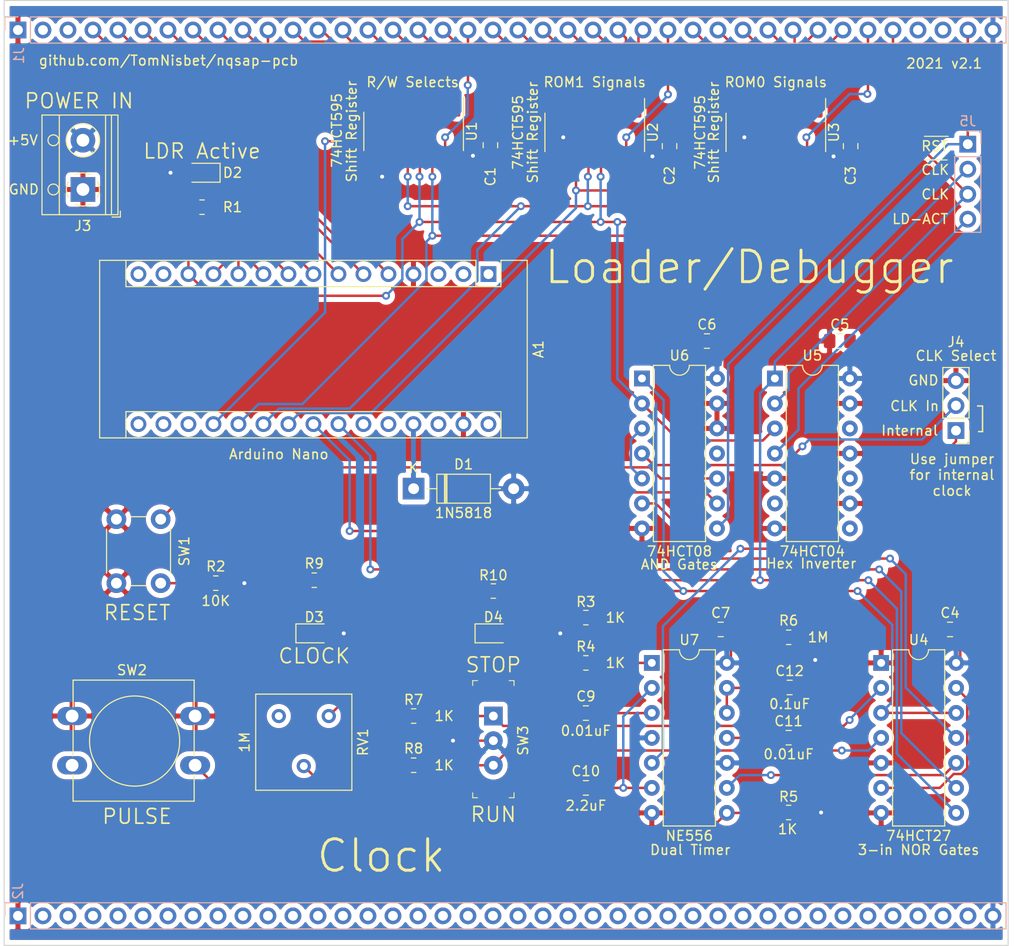
<source format=kicad_pcb>
(kicad_pcb (version 20171130) (host pcbnew "(5.1.9)-1")
  (title_block (title "NQSAP Loader / Debugger and Clock") (date 2021-10-09) (rev 2.0) (company github.com/TomNisbet/nqsap-pcb))
  (layers (0 F.Cu signal) (31 B.Cu signal) (34 B.Paste user) (35 F.Paste user) (36 B.SilkS user) (37 F.SilkS user) (38 B.Mask user) (39 F.Mask user) (44 Edge.Cuts user))
  (net 0 "")
  (net 1 CLK)
  (net 2 PI)
  (net 3 N)
  (net 4 JE)
  (net 5 LF)
  (net 6 SE)
  (net 7 SI)
  (net 8 CC)
  (net 9 CS)
  (net 10 C0)
  (net 11 C1)
  (net 12 XX0)
  (net 13 FB)
  (net 14 FC)
  (net 15 FZ)
  (net 16 FV)
  (net 17 FN)
  (net 18 RR0)
  (net 19 RR1)
  (net 20 RR2)
  (net 21 RR3)
  (net 22 WR0)
  (net 23 WR1)
  (net 24 WR2)
  (net 25 WR3)
  (net 26 D0)
  (net 27 D1)
  (net 28 D2)
  (net 29 D3)
  (net 30 D4)
  (net 31 D5)
  (net 32 D6)
  (net 33 D7)
  (net 34 GND)
  (net 35 "Net-(A1-Pad16)")
  (net 36 "Net-(A1-Pad30)")
  (net 37 "Net-(A1-Pad28)")
  (net 38 "Net-(A1-Pad27)")
  (net 39 "Net-(A1-Pad26)")
  (net 40 "Net-(A1-Pad25)")
  (net 41 "Net-(A1-Pad3)")
  (net 42 "Net-(A1-Pad18)")
  (net 43 "Net-(A1-Pad2)")
  (net 44 "Net-(A1-Pad17)")
  (net 45 "Net-(A1-Pad1)")
  (net 46 ~RST)
  (net 47 /LD0)
  (net 48 /LD2)
  (net 49 /~LD-R)
  (net 50 /~BT-R)
  (net 51 "Net-(J2-Pad39)")
  (net 52 "Net-(J2-Pad38)")
  (net 53 "Net-(J2-Pad37)")
  (net 54 "Net-(J2-Pad35)")
  (net 55 "Net-(J2-Pad34)")
  (net 56 "Net-(J2-Pad33)")
  (net 57 "Net-(J2-Pad32)")
  (net 58 "Net-(J2-Pad31)")
  (net 59 "Net-(J2-Pad30)")
  (net 60 "Net-(J2-Pad29)")
  (net 61 "Net-(J2-Pad28)")
  (net 62 "Net-(J2-Pad27)")
  (net 63 "Net-(J2-Pad26)")
  (net 64 "Net-(J2-Pad25)")
  (net 65 "Net-(J2-Pad24)")
  (net 66 "Net-(J2-Pad23)")
  (net 67 "Net-(J2-Pad22)")
  (net 68 "Net-(J2-Pad21)")
  (net 69 "Net-(J2-Pad20)")
  (net 70 "Net-(J2-Pad19)")
  (net 71 "Net-(J2-Pad18)")
  (net 72 "Net-(J2-Pad17)")
  (net 73 "Net-(J2-Pad16)")
  (net 74 "Net-(J2-Pad15)")
  (net 75 "Net-(J2-Pad14)")
  (net 76 "Net-(J2-Pad13)")
  (net 77 "Net-(J2-Pad12)")
  (net 78 "Net-(J2-Pad11)")
  (net 79 "Net-(J2-Pad10)")
  (net 80 "Net-(J2-Pad9)")
  (net 81 "Net-(J2-Pad8)")
  (net 82 "Net-(J2-Pad7)")
  (net 83 "Net-(J2-Pad6)")
  (net 84 "Net-(J2-Pad5)")
  (net 85 "Net-(J2-Pad4)")
  (net 86 "Net-(J2-Pad3)")
  (net 87 "Net-(J2-Pad2)")
  (net 88 LD-CLK)
  (net 89 ~LD-ACT)
  (net 90 "Net-(C9-Pad1)")
  (net 91 "Net-(C10-Pad1)")
  (net 92 "Net-(C11-Pad1)")
  (net 93 "Net-(C12-Pad1)")
  (net 94 LD-ACT)
  (net 95 VCC)
  (net 96 "Net-(R3-Pad1)")
  (net 97 "Net-(R4-Pad1)")
  (net 98 "Net-(R5-Pad2)")
  (net 99 "Net-(R7-Pad2)")
  (net 100 "Net-(R8-Pad1)")
  (net 101 "Net-(U5-Pad12)")
  (net 102 "Net-(U5-Pad10)")
  (net 103 ~CLK)
  (net 104 "Net-(U5-Pad8)")
  (net 105 "Net-(U6-Pad3)")
  (net 106 "Net-(U6-Pad11)")
  (net 107 astable)
  (net 108 run-~stop)
  (net 109 single)
  (net 110 "Net-(J1-Pad37)")
  (net 111 "Net-(J1-Pad3)")
  (net 112 "Net-(J1-Pad2)")
  (net 113 "Net-(U5-Pad6)")
  (net 114 "Net-(D2-Pad1)")
  (net 115 "Net-(J1-Pad38)")
  (net 116 "Net-(J2-Pad36)")
  (net 117 "Net-(RV1-Pad1)")
  (net 118 "Net-(D3-Pad1)")
  (net 119 "Net-(D4-Pad1)")
  (net 120 /RCLK)
  (net 121 /SER)
  (net 122 "Net-(U1-Pad9)")
  (net 123 "Net-(U2-Pad14)")
  (net 124 "Net-(U2-Pad9)")
  (net 125 "Net-(A1-Pad15)")
  (net 126 "Net-(A1-Pad14)")
  (net 127 "Net-(U4-Pad13)")
  (net 128 "Net-(U4-Pad11)")
  (net 129 "Net-(J4-Pad2)")
  (module Connector_PinHeader_2.54mm:PinHeader_1x03_P2.54mm_Vertical (layer F.Cu) (at 181.7 86.7 180)
    (fp_text reference J4 (at 0 9) (layer F.SilkS))
    (fp_text value "CLK Select" (at 0 7.6) (layer F.SilkS))
    (fp_text user GND (at 3.3 5.1 180) (layer F.SilkS))
    (fp_text user "CLK In" (at 4.2 2.5 180) (layer F.SilkS))
    (fp_text user Internal (at 4.7 0 180) (layer F.SilkS))
    (pad 3 thru_hole oval (at 0 5.08 180) (size 1.7 1.7) (drill 1) (layers *.Cu *.Mask) (net 34 GND))
    (pad 2 thru_hole oval (at 0 2.54 180) (size 1.7 1.7) (drill 1) (layers *.Cu *.Mask) (net 129 "Net-(J4-Pad2)"))
    (pad 1 thru_hole rect (at 0 0 180) (size 1.7 1.7) (drill 1) (layers *.Cu *.Mask) (net 107 astable))
  )
  (module Button_Switch_THT:SW_PUSH-12mm (layer F.Cu) (at 91.9 115.7)
    (fp_text reference SW2 (at 6.08 -4.66) (layer F.SilkS))
    (fp_text value PULSE (at 6.6 10.2) (layer F.SilkS) (effects (font (size 1.5 1.5) (thickness 0.17))))
    (pad 2 thru_hole oval (at 0 5) (size 3.048 1.85) (drill 1.3) (layers *.Cu *.Mask) (net 98 "Net-(R5-Pad2)"))
    (pad 1 thru_hole oval (at 0 0) (size 3.048 1.85) (drill 1.3) (layers *.Cu *.Mask) (net 34 GND))
    (pad 2 thru_hole oval (at 12.5 5) (size 3.048 1.85) (drill 1.3) (layers *.Cu *.Mask) (net 98 "Net-(R5-Pad2)"))
    (pad 1 thru_hole oval (at 12.5 0) (size 3.048 1.85) (drill 1.3) (layers *.Cu *.Mask) (net 34 GND))
  )
  (module TerminalBlock_RND:TerminalBlock_RND_205-00012_1x02_P5.00mm_Horizontal (layer F.Cu) (at 93 62.2 90)
    (fp_text reference J3 (at -3.7 0 180) (layer F.SilkS))
    (fp_text value "POWER IN" (at 9 -0.4 180) (layer F.SilkS) (effects (font (size 1.5 1.5) (thickness 0.17))))
    (fp_text user +5V (at 5 -6.1 180) (layer F.SilkS))
    (fp_text user GND (at 0 -6 180) (layer F.SilkS))
    (pad 2 thru_hole circle (at 5 0 90) (size 2.5 2.5) (drill 1.3) (layers *.Cu *.Mask) (net 95 VCC))
    (pad 1 thru_hole rect (at 0 0 90) (size 2.5 2.5) (drill 1.3) (layers *.Cu *.Mask) (net 34 GND))
  )
  (module Connector_PinHeader_2.54mm:PinHeader_1x04_P2.54mm_Vertical (layer B.Cu) (at 182.9 57.6 180)
    (fp_text reference J5 (at 0 2.33) (layer B.SilkS) (effects (justify mirror)))
    (fp_text value IB-TR)
    (pad 4 thru_hole oval (at 0 -7.62 180) (size 1.7 1.7) (drill 1) (layers *.Cu *.Mask) (net 94 LD-ACT))
    (pad 3 thru_hole oval (at 0 -5.08 180) (size 1.7 1.7) (drill 1) (layers *.Cu *.Mask) (net 1 CLK))
    (pad 2 thru_hole oval (at 0 -2.54 180) (size 1.7 1.7) (drill 1) (layers *.Cu *.Mask) (net 103 ~CLK))
    (pad 1 thru_hole rect (at 0 0 180) (size 1.7 1.7) (drill 1) (layers *.Cu *.Mask) (net 46 ~RST))
  )
  (module Module:Arduino_Nano (layer F.Cu) (at 134.2 70.8 270)
    (fp_text reference A1 (at 7.62 -5.08 270) (layer F.SilkS))
    (fp_text value "Arduino Nano" (at 18.3 21.3) (layer F.SilkS))
    (pad 16 thru_hole oval (at 15.24 35.56 270) (size 1.6 1.6) (drill 1) (layers *.Cu *.Mask) (net 35 "Net-(A1-Pad16)"))
    (pad 15 thru_hole oval (at 0 35.56 270) (size 1.6 1.6) (drill 1) (layers *.Cu *.Mask) (net 125 "Net-(A1-Pad15)"))
    (pad 30 thru_hole oval (at 15.24 0 270) (size 1.6 1.6) (drill 1) (layers *.Cu *.Mask) (net 36 "Net-(A1-Pad30)"))
    (pad 14 thru_hole oval (at 0 33.02 270) (size 1.6 1.6) (drill 1) (layers *.Cu *.Mask) (net 126 "Net-(A1-Pad14)"))
    (pad 29 thru_hole oval (at 15.24 2.54 270) (size 1.6 1.6) (drill 1) (layers *.Cu *.Mask) (net 34 GND))
    (pad 13 thru_hole oval (at 0 30.48 270) (size 1.6 1.6) (drill 1) (layers *.Cu *.Mask) (net 89 ~LD-ACT))
    (pad 28 thru_hole oval (at 15.24 5.08 270) (size 1.6 1.6) (drill 1) (layers *.Cu *.Mask) (net 37 "Net-(A1-Pad28)"))
    (pad 12 thru_hole oval (at 0 27.94 270) (size 1.6 1.6) (drill 1) (layers *.Cu *.Mask) (net 33 D7))
    (pad 27 thru_hole oval (at 15.24 7.62 270) (size 1.6 1.6) (drill 1) (layers *.Cu *.Mask) (net 38 "Net-(A1-Pad27)"))
    (pad 11 thru_hole oval (at 0 25.4 270) (size 1.6 1.6) (drill 1) (layers *.Cu *.Mask) (net 32 D6))
    (pad 26 thru_hole oval (at 15.24 10.16 270) (size 1.6 1.6) (drill 1) (layers *.Cu *.Mask) (net 39 "Net-(A1-Pad26)"))
    (pad 10 thru_hole oval (at 0 22.86 270) (size 1.6 1.6) (drill 1) (layers *.Cu *.Mask) (net 31 D5))
    (pad 25 thru_hole oval (at 15.24 12.7 270) (size 1.6 1.6) (drill 1) (layers *.Cu *.Mask) (net 40 "Net-(A1-Pad25)"))
    (pad 9 thru_hole oval (at 0 20.32 270) (size 1.6 1.6) (drill 1) (layers *.Cu *.Mask) (net 30 D4))
    (pad 24 thru_hole oval (at 15.24 15.24 270) (size 1.6 1.6) (drill 1) (layers *.Cu *.Mask) (net 88 LD-CLK))
    (pad 8 thru_hole oval (at 0 17.78 270) (size 1.6 1.6) (drill 1) (layers *.Cu *.Mask) (net 29 D3))
    (pad 23 thru_hole oval (at 15.24 17.78 270) (size 1.6 1.6) (drill 1) (layers *.Cu *.Mask) (net 49 /~LD-R))
    (pad 7 thru_hole oval (at 0 15.24 270) (size 1.6 1.6) (drill 1) (layers *.Cu *.Mask) (net 28 D2))
    (pad 22 thru_hole oval (at 15.24 20.32 270) (size 1.6 1.6) (drill 1) (layers *.Cu *.Mask) (net 47 /LD0))
    (pad 6 thru_hole oval (at 0 12.7 270) (size 1.6 1.6) (drill 1) (layers *.Cu *.Mask) (net 27 D1))
    (pad 21 thru_hole oval (at 15.24 22.86 270) (size 1.6 1.6) (drill 1) (layers *.Cu *.Mask) (net 120 /RCLK))
    (pad 5 thru_hole oval (at 0 10.16 270) (size 1.6 1.6) (drill 1) (layers *.Cu *.Mask) (net 26 D0))
    (pad 20 thru_hole oval (at 15.24 25.4 270) (size 1.6 1.6) (drill 1) (layers *.Cu *.Mask) (net 121 /SER))
    (pad 4 thru_hole oval (at 0 7.62 270) (size 1.6 1.6) (drill 1) (layers *.Cu *.Mask) (net 34 GND))
    (pad 19 thru_hole oval (at 15.24 27.94 270) (size 1.6 1.6) (drill 1) (layers *.Cu *.Mask) (net 48 /LD2))
    (pad 3 thru_hole oval (at 0 5.08 270) (size 1.6 1.6) (drill 1) (layers *.Cu *.Mask) (net 41 "Net-(A1-Pad3)"))
    (pad 18 thru_hole oval (at 15.24 30.48 270) (size 1.6 1.6) (drill 1) (layers *.Cu *.Mask) (net 42 "Net-(A1-Pad18)"))
    (pad 2 thru_hole oval (at 0 2.54 270) (size 1.6 1.6) (drill 1) (layers *.Cu *.Mask) (net 43 "Net-(A1-Pad2)"))
    (pad 17 thru_hole oval (at 15.24 33.02 270) (size 1.6 1.6) (drill 1) (layers *.Cu *.Mask) (net 44 "Net-(A1-Pad17)"))
    (pad 1 thru_hole rect (at 0 0 270) (size 1.6 1.6) (drill 1) (layers *.Cu *.Mask) (net 45 "Net-(A1-Pad1)"))
  )
  (module Diode_THT:D_DO-41_SOD81_P10.16mm_Horizontal (layer F.Cu) (at 126.6 92.6)
    (fp_text reference D1 (at 5.08 -2.47) (layer F.SilkS))
    (fp_text value 1N5818 (at 5.08 2.47) (layer F.SilkS))
    (fp_text user K (at 0 -2.1) (layer F.SilkS))
    (pad 2 thru_hole oval (at 10.16 0) (size 2.2 2.2) (drill 1.1) (layers *.Cu *.Mask) (net 95 VCC))
    (pad 1 thru_hole rect (at 0 0) (size 2.2 2.2) (drill 1.1) (layers *.Cu *.Mask) (net 38 "Net-(A1-Pad27)"))
  )
  (module LED_SMD:LED_0805_2012Metric_Pad1.15x1.40mm_HandSolder (layer F.Cu) (at 116.5 107.3)
    (fp_text reference D3 (at 0 -1.65) (layer F.SilkS))
    (fp_text value CLOCK (at 0 2.3) (layer F.SilkS) (effects (font (size 1.5 1.5) (thickness 0.17))))
    (pad 2 smd roundrect (at 1.025 0) (size 1.15 1.4) (layers F.Cu F.Paste F.Mask) (roundrect_rratio 0.2173904347826087) (net 95 VCC))
    (pad 1 smd roundrect (at -1.025 0) (size 1.15 1.4) (layers F.Cu F.Paste F.Mask) (roundrect_rratio 0.2173904347826087) (net 118 "Net-(D3-Pad1)"))
  )
  (module Resistor_SMD:R_0805_2012Metric_Pad1.20x1.40mm_HandSolder (layer F.Cu) (at 106.5 102.2 180)
    (fp_text reference R2 (at 0 1.7) (layer F.SilkS))
    (fp_text value 10K (at 0 -1.8) (layer F.SilkS))
    (pad 2 smd roundrect (at 1 0 180) (size 1.2 1.4) (layers F.Cu F.Paste F.Mask) (roundrect_rratio 0.2083325) (net 50 /~BT-R))
    (pad 1 smd roundrect (at -1 0 180) (size 1.2 1.4) (layers F.Cu F.Paste F.Mask) (roundrect_rratio 0.2083325) (net 95 VCC))
  )
  (module Package_SO:SOIC-16_3.9x9.9mm_P1.27mm (layer F.Cu) (at 163.4 56.4 270)
    (fp_text reference U3 (at 0 -5.9 90) (layer F.SilkS))
    (fp_text value 74HCT595 (at 0 7.7 90) (layer F.SilkS))
    (fp_text user "ROM0 Signals" (at -5.1 0) (layer F.SilkS))
    (fp_text user "Shift Register" (at 0 6.3 270) (layer F.SilkS))
    (pad 16 smd roundrect (at 2.475 -4.445 270) (size 1.95 0.6) (layers F.Cu F.Paste F.Mask) (net 95 VCC))
    (pad 15 smd roundrect (at 2.475 -3.175 270) (size 1.95 0.6) (layers F.Cu F.Paste F.Mask) (net 2 PI))
    (pad 14 smd roundrect (at 2.475 -1.905 270) (size 1.95 0.6) (layers F.Cu F.Paste F.Mask) (net 121 /SER))
    (pad 13 smd roundrect (at 2.475 -0.635 270) (size 1.95 0.6) (layers F.Cu F.Paste F.Mask) (net 89 ~LD-ACT))
    (pad 12 smd roundrect (at 2.475 0.635 270) (size 1.95 0.6) (layers F.Cu F.Paste F.Mask) (net 120 /RCLK))
    (pad 11 smd roundrect (at 2.475 1.905 270) (size 1.95 0.6) (layers F.Cu F.Paste F.Mask) (net 47 /LD0))
    (pad 10 smd roundrect (at 2.475 3.175 270) (size 1.95 0.6) (layers F.Cu F.Paste F.Mask) (net 95 VCC))
    (pad 9 smd roundrect (at 2.475 4.445 270) (size 1.95 0.6) (layers F.Cu F.Paste F.Mask) (net 123 "Net-(U2-Pad14)"))
    (pad 8 smd roundrect (at -2.475 4.445 270) (size 1.95 0.6) (layers F.Cu F.Paste F.Mask) (net 34 GND))
    (pad 7 smd roundrect (at -2.475 3.175 270) (size 1.95 0.6) (layers F.Cu F.Paste F.Mask) (net 9 CS))
    (pad 6 smd roundrect (at -2.475 1.905 270) (size 1.95 0.6) (layers F.Cu F.Paste F.Mask) (net 8 CC))
    (pad 5 smd roundrect (at -2.475 0.635 270) (size 1.95 0.6) (layers F.Cu F.Paste F.Mask) (net 7 SI))
    (pad 4 smd roundrect (at -2.475 -0.635 270) (size 1.95 0.6) (layers F.Cu F.Paste F.Mask) (net 6 SE))
    (pad 3 smd roundrect (at -2.475 -1.905 270) (size 1.95 0.6) (layers F.Cu F.Paste F.Mask) (net 5 LF))
    (pad 2 smd roundrect (at -2.475 -3.175 270) (size 1.95 0.6) (layers F.Cu F.Paste F.Mask) (net 4 JE))
    (pad 1 smd roundrect (at -2.475 -4.445 270) (size 1.95 0.6) (layers F.Cu F.Paste F.Mask) (net 3 N))
  )
  (module Package_SO:SOIC-16_3.9x9.9mm_P1.27mm (layer F.Cu) (at 145 56.4 270)
    (fp_text reference U2 (at 0 -5.9 90) (layer F.SilkS))
    (fp_text value 74HCT595 (at 0 7.8 90) (layer F.SilkS))
    (fp_text user "ROM1 Signals" (at -5.1 0) (layer F.SilkS))
    (fp_text user "Shift Register" (at 0 6.3 270) (layer F.SilkS))
    (pad 16 smd roundrect (at 2.475 -4.445 270) (size 1.95 0.6) (layers F.Cu F.Paste F.Mask) (net 95 VCC))
    (pad 15 smd roundrect (at 2.475 -3.175 270) (size 1.95 0.6) (layers F.Cu F.Paste F.Mask) (net 10 C0))
    (pad 14 smd roundrect (at 2.475 -1.905 270) (size 1.95 0.6) (layers F.Cu F.Paste F.Mask) (net 123 "Net-(U2-Pad14)"))
    (pad 13 smd roundrect (at 2.475 -0.635 270) (size 1.95 0.6) (layers F.Cu F.Paste F.Mask) (net 89 ~LD-ACT))
    (pad 12 smd roundrect (at 2.475 0.635 270) (size 1.95 0.6) (layers F.Cu F.Paste F.Mask) (net 120 /RCLK))
    (pad 11 smd roundrect (at 2.475 1.905 270) (size 1.95 0.6) (layers F.Cu F.Paste F.Mask) (net 47 /LD0))
    (pad 10 smd roundrect (at 2.475 3.175 270) (size 1.95 0.6) (layers F.Cu F.Paste F.Mask) (net 95 VCC))
    (pad 9 smd roundrect (at 2.475 4.445 270) (size 1.95 0.6) (layers F.Cu F.Paste F.Mask) (net 124 "Net-(U2-Pad9)"))
    (pad 8 smd roundrect (at -2.475 4.445 270) (size 1.95 0.6) (layers F.Cu F.Paste F.Mask) (net 34 GND))
    (pad 7 smd roundrect (at -2.475 3.175 270) (size 1.95 0.6) (layers F.Cu F.Paste F.Mask) (net 17 FN))
    (pad 6 smd roundrect (at -2.475 1.905 270) (size 1.95 0.6) (layers F.Cu F.Paste F.Mask) (net 16 FV))
    (pad 5 smd roundrect (at -2.475 0.635 270) (size 1.95 0.6) (layers F.Cu F.Paste F.Mask) (net 15 FZ))
    (pad 4 smd roundrect (at -2.475 -0.635 270) (size 1.95 0.6) (layers F.Cu F.Paste F.Mask) (net 14 FC))
    (pad 3 smd roundrect (at -2.475 -1.905 270) (size 1.95 0.6) (layers F.Cu F.Paste F.Mask) (net 13 FB))
    (pad 2 smd roundrect (at -2.475 -3.175 270) (size 1.95 0.6) (layers F.Cu F.Paste F.Mask) (net 12 XX0))
    (pad 1 smd roundrect (at -2.475 -4.445 270) (size 1.95 0.6) (layers F.Cu F.Paste F.Mask) (net 11 C1))
  )
  (module Package_SO:SOIC-16_3.9x9.9mm_P1.27mm (layer F.Cu) (at 126.6 56.3 270)
    (fp_text reference U1 (at 0 -5.9 90) (layer F.SilkS))
    (fp_text value 74HCT595 (at -0.1 7.8 90) (layer F.SilkS))
    (fp_text user "R/W Selects" (at -5 0.1) (layer F.SilkS))
    (fp_text user "Shift Register" (at 0 6.3 270) (layer F.SilkS))
    (pad 16 smd roundrect (at 2.475 -4.445 270) (size 1.95 0.6) (layers F.Cu F.Paste F.Mask) (net 95 VCC))
    (pad 15 smd roundrect (at 2.475 -3.175 270) (size 1.95 0.6) (layers F.Cu F.Paste F.Mask) (net 18 RR0))
    (pad 14 smd roundrect (at 2.475 -1.905 270) (size 1.95 0.6) (layers F.Cu F.Paste F.Mask) (net 121 /SER))
    (pad 13 smd roundrect (at 2.475 -0.635 270) (size 1.95 0.6) (layers F.Cu F.Paste F.Mask) (net 89 ~LD-ACT))
    (pad 12 smd roundrect (at 2.475 0.635 270) (size 1.95 0.6) (layers F.Cu F.Paste F.Mask) (net 120 /RCLK))
    (pad 11 smd roundrect (at 2.475 1.905 270) (size 1.95 0.6) (layers F.Cu F.Paste F.Mask) (net 48 /LD2))
    (pad 10 smd roundrect (at 2.475 3.175 270) (size 1.95 0.6) (layers F.Cu F.Paste F.Mask) (net 95 VCC))
    (pad 9 smd roundrect (at 2.475 4.445 270) (size 1.95 0.6) (layers F.Cu F.Paste F.Mask) (net 122 "Net-(U1-Pad9)"))
    (pad 8 smd roundrect (at -2.475 4.445 270) (size 1.95 0.6) (layers F.Cu F.Paste F.Mask) (net 34 GND))
    (pad 7 smd roundrect (at -2.475 3.175 270) (size 1.95 0.6) (layers F.Cu F.Paste F.Mask) (net 25 WR3))
    (pad 6 smd roundrect (at -2.475 1.905 270) (size 1.95 0.6) (layers F.Cu F.Paste F.Mask) (net 24 WR2))
    (pad 5 smd roundrect (at -2.475 0.635 270) (size 1.95 0.6) (layers F.Cu F.Paste F.Mask) (net 23 WR1))
    (pad 4 smd roundrect (at -2.475 -0.635 270) (size 1.95 0.6) (layers F.Cu F.Paste F.Mask) (net 22 WR0))
    (pad 3 smd roundrect (at -2.475 -1.905 270) (size 1.95 0.6) (layers F.Cu F.Paste F.Mask) (net 21 RR3))
    (pad 2 smd roundrect (at -2.475 -3.175 270) (size 1.95 0.6) (layers F.Cu F.Paste F.Mask) (net 20 RR2))
    (pad 1 smd roundrect (at -2.475 -4.445 270) (size 1.95 0.6) (layers F.Cu F.Paste F.Mask) (net 19 RR1))
  )
  (module Resistor_SMD:R_0805_2012Metric_Pad1.20x1.40mm_HandSolder (layer F.Cu) (at 134.7 103 180)
    (fp_text reference R10 (at 0 1.6) (layer F.SilkS))
    (fp_text value R-RED)
    (pad 2 smd roundrect (at 1 0 180) (size 1.2 1.4) (layers F.Cu F.Paste F.Mask) (roundrect_rratio 0.2083325) (net 119 "Net-(D4-Pad1)"))
    (pad 1 smd roundrect (at -1 0 180) (size 1.2 1.4) (layers F.Cu F.Paste F.Mask) (roundrect_rratio 0.2083325) (net 108 run-~stop))
  )
  (module Resistor_SMD:R_0805_2012Metric_Pad1.20x1.40mm_HandSolder (layer F.Cu) (at 116.5 101.9 180)
    (fp_text reference R9 (at 0 1.7) (layer F.SilkS))
    (fp_text value R-BLUE)
    (pad 2 smd roundrect (at 1 0 180) (size 1.2 1.4) (layers F.Cu F.Paste F.Mask) (roundrect_rratio 0.2083325) (net 118 "Net-(D3-Pad1)"))
    (pad 1 smd roundrect (at -1 0 180) (size 1.2 1.4) (layers F.Cu F.Paste F.Mask) (roundrect_rratio 0.2083325) (net 103 ~CLK))
  )
  (module LED_SMD:LED_0805_2012Metric_Pad1.15x1.40mm_HandSolder (layer F.Cu) (at 134.7 107.3)
    (fp_text reference D4 (at 0 -1.65) (layer F.SilkS))
    (fp_text value STOP)
    (pad 2 smd roundrect (at 1.025 0) (size 1.15 1.4) (layers F.Cu F.Paste F.Mask) (roundrect_rratio 0.2173904347826087) (net 95 VCC))
    (pad 1 smd roundrect (at -1.025 0) (size 1.15 1.4) (layers F.Cu F.Paste F.Mask) (roundrect_rratio 0.2173904347826087) (net 119 "Net-(D4-Pad1)"))
  )
  (module Potentiometer_THT:Potentiometer_Bourns_3386F_Vertical (layer F.Cu) (at 112.9 115.7 270)
    (fp_text reference RV1 (at 2.655 -8.555 90) (layer F.SilkS))
    (fp_text value 1M (at 2.655 3.475 90) (layer F.SilkS))
    (pad 1 thru_hole circle (at 0 0 270) (size 1.44 1.44) (drill 0.8) (layers *.Cu *.Mask) (net 117 "Net-(RV1-Pad1)"))
    (pad 2 thru_hole circle (at 5.08 -2.54 270) (size 1.44 1.44) (drill 0.8) (layers *.Cu *.Mask) (net 91 "Net-(C10-Pad1)"))
    (pad 3 thru_hole circle (at 0 -5.08 270) (size 1.44 1.44) (drill 0.8) (layers *.Cu *.Mask) (net 97 "Net-(R4-Pad1)"))
  )
  (module Button_Switch_THT:SW_PUSH_6mm (layer F.Cu) (at 96.4 102.2 90)
    (fp_text reference SW1 (at 3.25 6.9 90) (layer F.SilkS))
    (fp_text value RESET (at -3 2.1 180) (layer F.SilkS) (effects (font (size 1.5 1.5) (thickness 0.17))))
    (pad 1 thru_hole circle (at 6.5 0 180) (size 2 2) (drill 1.1) (layers *.Cu *.Mask) (net 34 GND))
    (pad 2 thru_hole circle (at 6.5 4.5 180) (size 2 2) (drill 1.1) (layers *.Cu *.Mask) (net 50 /~BT-R))
    (pad 1 thru_hole circle (at 0 0 180) (size 2 2) (drill 1.1) (layers *.Cu *.Mask) (net 34 GND))
    (pad 2 thru_hole circle (at 0 4.5 180) (size 2 2) (drill 1.1) (layers *.Cu *.Mask) (net 50 /~BT-R))
  )
  (module Resistor_SMD:R_0805_2012Metric_Pad1.20x1.40mm_HandSolder (layer F.Cu) (at 144.1 105.7 180)
    (fp_text reference R3 (at 0 1.6) (layer F.SilkS))
    (fp_text value 1K (at -3 0) (layer F.SilkS))
    (pad 2 smd roundrect (at 1 0 180) (size 1.2 1.4) (layers F.Cu F.Paste F.Mask) (roundrect_rratio 0.2083325) (net 95 VCC))
    (pad 1 smd roundrect (at -1 0 180) (size 1.2 1.4) (layers F.Cu F.Paste F.Mask) (roundrect_rratio 0.2083325) (net 96 "Net-(R3-Pad1)"))
  )
  (module digikey-footprints:Switch_Slide_11.6x4mm_EG1218 (layer F.Cu) (at 134.7 115.7 270)
    (fp_text reference SW3 (at 2.49 -3.02 90) (layer F.SilkS))
    (fp_text value RUN (at 10 0 180) (layer F.SilkS) (effects (font (size 1.5 1.5) (thickness 0.17))))
    (fp_text user STOP (at -5.2 0) (layer F.SilkS) (effects (font (size 1.5 1.5) (thickness 0.17))))
    (pad 3 thru_hole circle (at 5 0 270) (size 1.9 1.9) (drill 0.9) (layers *.Cu *.Mask) (net 100 "Net-(R8-Pad1)"))
    (pad 2 thru_hole circle (at 2.5 0 270) (size 1.9 1.9) (drill 0.9) (layers *.Cu *.Mask) (net 95 VCC))
    (pad 1 thru_hole rect (at 0 0 270) (size 1.9 1.9) (drill 0.9) (layers *.Cu *.Mask) (net 99 "Net-(R7-Pad2)"))
  )
  (module Package_DIP:DIP-14_W7.62mm (layer F.Cu) (at 174.1 110.3)
    (fp_text reference U4 (at 3.81 -2.33) (layer F.SilkS))
    (fp_text value 74HCT27 (at 3.81 17.57) (layer F.SilkS))
    (fp_text user "3-in NOR Gates" (at 3.8 19) (layer F.SilkS))
    (pad 14 thru_hole oval (at 7.62 0) (size 1.6 1.6) (drill 0.8) (layers *.Cu *.Mask) (net 95 VCC))
    (pad 7 thru_hole oval (at 0 15.24) (size 1.6 1.6) (drill 0.8) (layers *.Cu *.Mask) (net 34 GND))
    (pad 13 thru_hole oval (at 7.62 2.54) (size 1.6 1.6) (drill 0.8) (layers *.Cu *.Mask) (net 127 "Net-(U4-Pad13)"))
    (pad 6 thru_hole oval (at 0 12.7) (size 1.6 1.6) (drill 0.8) (layers *.Cu *.Mask) (net 127 "Net-(U4-Pad13)"))
    (pad 12 thru_hole oval (at 7.62 5.08) (size 1.6 1.6) (drill 0.8) (layers *.Cu *.Mask) (net 108 run-~stop))
    (pad 5 thru_hole oval (at 0 10.16) (size 1.6 1.6) (drill 0.8) (layers *.Cu *.Mask) (net 34 GND))
    (pad 11 thru_hole oval (at 7.62 7.62) (size 1.6 1.6) (drill 0.8) (layers *.Cu *.Mask) (net 128 "Net-(U4-Pad11)"))
    (pad 4 thru_hole oval (at 0 7.62) (size 1.6 1.6) (drill 0.8) (layers *.Cu *.Mask) (net 100 "Net-(R8-Pad1)"))
    (pad 10 thru_hole oval (at 7.62 10.16) (size 1.6 1.6) (drill 0.8) (layers *.Cu *.Mask) (net 109 single))
    (pad 3 thru_hole oval (at 0 5.08) (size 1.6 1.6) (drill 0.8) (layers *.Cu *.Mask) (net 108 run-~stop))
    (pad 9 thru_hole oval (at 7.62 12.7) (size 1.6 1.6) (drill 0.8) (layers *.Cu *.Mask) (net 88 LD-CLK))
    (pad 2 thru_hole oval (at 0 2.54) (size 1.6 1.6) (drill 0.8) (layers *.Cu *.Mask) (net 99 "Net-(R7-Pad2)"))
    (pad 8 thru_hole oval (at 7.62 15.24) (size 1.6 1.6) (drill 0.8) (layers *.Cu *.Mask) (net 103 ~CLK))
    (pad 1 thru_hole rect (at 0 0) (size 1.6 1.6) (drill 0.8) (layers *.Cu *.Mask) (net 34 GND))
  )
  (module Package_DIP:DIP-14_W7.62mm (layer F.Cu) (at 150.8 110.3)
    (fp_text reference U7 (at 3.81 -2.33) (layer F.SilkS))
    (fp_text value NE556 (at 3.81 17.57) (layer F.SilkS))
    (fp_text user "Dual Timer" (at 3.9 19) (layer F.SilkS))
    (pad 14 thru_hole oval (at 7.62 0) (size 1.6 1.6) (drill 0.8) (layers *.Cu *.Mask) (net 95 VCC))
    (pad 7 thru_hole oval (at 0 15.24) (size 1.6 1.6) (drill 0.8) (layers *.Cu *.Mask) (net 34 GND))
    (pad 13 thru_hole oval (at 7.62 2.54) (size 1.6 1.6) (drill 0.8) (layers *.Cu *.Mask) (net 93 "Net-(C12-Pad1)"))
    (pad 6 thru_hole oval (at 0 12.7) (size 1.6 1.6) (drill 0.8) (layers *.Cu *.Mask) (net 91 "Net-(C10-Pad1)"))
    (pad 12 thru_hole oval (at 7.62 5.08) (size 1.6 1.6) (drill 0.8) (layers *.Cu *.Mask) (net 93 "Net-(C12-Pad1)"))
    (pad 5 thru_hole oval (at 0 10.16) (size 1.6 1.6) (drill 0.8) (layers *.Cu *.Mask) (net 107 astable))
    (pad 11 thru_hole oval (at 7.62 7.62) (size 1.6 1.6) (drill 0.8) (layers *.Cu *.Mask) (net 92 "Net-(C11-Pad1)"))
    (pad 4 thru_hole oval (at 0 7.62) (size 1.6 1.6) (drill 0.8) (layers *.Cu *.Mask) (net 95 VCC))
    (pad 10 thru_hole oval (at 7.62 10.16) (size 1.6 1.6) (drill 0.8) (layers *.Cu *.Mask) (net 95 VCC))
    (pad 3 thru_hole oval (at 0 5.08) (size 1.6 1.6) (drill 0.8) (layers *.Cu *.Mask) (net 90 "Net-(C9-Pad1)"))
    (pad 9 thru_hole oval (at 7.62 12.7) (size 1.6 1.6) (drill 0.8) (layers *.Cu *.Mask) (net 109 single))
    (pad 2 thru_hole oval (at 0 2.54) (size 1.6 1.6) (drill 0.8) (layers *.Cu *.Mask) (net 91 "Net-(C10-Pad1)"))
    (pad 8 thru_hole oval (at 7.62 15.24) (size 1.6 1.6) (drill 0.8) (layers *.Cu *.Mask) (net 98 "Net-(R5-Pad2)"))
    (pad 1 thru_hole rect (at 0 0) (size 1.6 1.6) (drill 0.8) (layers *.Cu *.Mask) (net 96 "Net-(R3-Pad1)"))
  )
  (module Package_DIP:DIP-14_W7.62mm (layer F.Cu) (at 149.8 81.4)
    (fp_text reference U6 (at 3.81 -2.33) (layer F.SilkS))
    (fp_text value 74HCT08 (at 3.81 17.57) (layer F.SilkS))
    (fp_text user "AND Gates" (at 3.8 18.9) (layer F.SilkS))
    (pad 14 thru_hole oval (at 7.62 0) (size 1.6 1.6) (drill 0.8) (layers *.Cu *.Mask) (net 95 VCC))
    (pad 7 thru_hole oval (at 0 15.24) (size 1.6 1.6) (drill 0.8) (layers *.Cu *.Mask) (net 34 GND))
    (pad 13 thru_hole oval (at 7.62 2.54) (size 1.6 1.6) (drill 0.8) (layers *.Cu *.Mask) (net 34 GND))
    (pad 6 thru_hole oval (at 0 12.7) (size 1.6 1.6) (drill 0.8) (layers *.Cu *.Mask) (net 128 "Net-(U4-Pad11)"))
    (pad 12 thru_hole oval (at 7.62 5.08) (size 1.6 1.6) (drill 0.8) (layers *.Cu *.Mask) (net 34 GND))
    (pad 5 thru_hole oval (at 0 10.16) (size 1.6 1.6) (drill 0.8) (layers *.Cu *.Mask) (net 105 "Net-(U6-Pad3)"))
    (pad 11 thru_hole oval (at 7.62 7.62) (size 1.6 1.6) (drill 0.8) (layers *.Cu *.Mask) (net 106 "Net-(U6-Pad11)"))
    (pad 4 thru_hole oval (at 0 7.62) (size 1.6 1.6) (drill 0.8) (layers *.Cu *.Mask) (net 129 "Net-(J4-Pad2)"))
    (pad 10 thru_hole oval (at 7.62 10.16) (size 1.6 1.6) (drill 0.8) (layers *.Cu *.Mask) (net 50 /~BT-R))
    (pad 3 thru_hole oval (at 0 5.08) (size 1.6 1.6) (drill 0.8) (layers *.Cu *.Mask) (net 105 "Net-(U6-Pad3)"))
    (pad 9 thru_hole oval (at 7.62 12.7) (size 1.6 1.6) (drill 0.8) (layers *.Cu *.Mask) (net 49 /~LD-R))
    (pad 2 thru_hole oval (at 0 2.54) (size 1.6 1.6) (drill 0.8) (layers *.Cu *.Mask) (net 89 ~LD-ACT))
    (pad 8 thru_hole oval (at 7.62 15.24) (size 1.6 1.6) (drill 0.8) (layers *.Cu *.Mask) (net 46 ~RST))
    (pad 1 thru_hole rect (at 0 0) (size 1.6 1.6) (drill 0.8) (layers *.Cu *.Mask) (net 108 run-~stop))
  )
  (module Package_DIP:DIP-14_W7.62mm (layer F.Cu) (at 163.3 81.4)
    (fp_text reference U5 (at 3.81 -2.33) (layer F.SilkS))
    (fp_text value 74HCT04 (at 3.81 17.57) (layer F.SilkS))
    (fp_text user "Hex Inverter" (at 3.7 18.8) (layer F.SilkS))
    (pad 14 thru_hole oval (at 7.62 0) (size 1.6 1.6) (drill 0.8) (layers *.Cu *.Mask) (net 95 VCC))
    (pad 7 thru_hole oval (at 0 15.24) (size 1.6 1.6) (drill 0.8) (layers *.Cu *.Mask) (net 34 GND))
    (pad 13 thru_hole oval (at 7.62 2.54) (size 1.6 1.6) (drill 0.8) (layers *.Cu *.Mask) (net 34 GND))
    (pad 6 thru_hole oval (at 0 12.7) (size 1.6 1.6) (drill 0.8) (layers *.Cu *.Mask) (net 113 "Net-(U5-Pad6)"))
    (pad 12 thru_hole oval (at 7.62 5.08) (size 1.6 1.6) (drill 0.8) (layers *.Cu *.Mask) (net 101 "Net-(U5-Pad12)"))
    (pad 5 thru_hole oval (at 0 10.16) (size 1.6 1.6) (drill 0.8) (layers *.Cu *.Mask) (net 34 GND))
    (pad 11 thru_hole oval (at 7.62 7.62) (size 1.6 1.6) (drill 0.8) (layers *.Cu *.Mask) (net 34 GND))
    (pad 4 thru_hole oval (at 0 7.62) (size 1.6 1.6) (drill 0.8) (layers *.Cu *.Mask) (net 94 LD-ACT))
    (pad 10 thru_hole oval (at 7.62 10.16) (size 1.6 1.6) (drill 0.8) (layers *.Cu *.Mask) (net 102 "Net-(U5-Pad10)"))
    (pad 3 thru_hole oval (at 0 5.08) (size 1.6 1.6) (drill 0.8) (layers *.Cu *.Mask) (net 89 ~LD-ACT))
    (pad 9 thru_hole oval (at 7.62 12.7) (size 1.6 1.6) (drill 0.8) (layers *.Cu *.Mask) (net 34 GND))
    (pad 2 thru_hole oval (at 0 2.54) (size 1.6 1.6) (drill 0.8) (layers *.Cu *.Mask) (net 1 CLK))
    (pad 8 thru_hole oval (at 7.62 15.24) (size 1.6 1.6) (drill 0.8) (layers *.Cu *.Mask) (net 104 "Net-(U5-Pad8)"))
    (pad 1 thru_hole rect (at 0 0) (size 1.6 1.6) (drill 0.8) (layers *.Cu *.Mask) (net 103 ~CLK))
  )
  (module Resistor_SMD:R_0805_2012Metric_Pad1.20x1.40mm_HandSolder (layer F.Cu) (at 126.6 120.7 180)
    (fp_text reference R8 (at 0 1.7) (layer F.SilkS))
    (fp_text value 1K (at -3.1 0) (layer F.SilkS))
    (pad 2 smd roundrect (at 1 0 180) (size 1.2 1.4) (layers F.Cu F.Paste F.Mask) (roundrect_rratio 0.2083325) (net 34 GND))
    (pad 1 smd roundrect (at -1 0 180) (size 1.2 1.4) (layers F.Cu F.Paste F.Mask) (roundrect_rratio 0.2083325) (net 100 "Net-(R8-Pad1)"))
  )
  (module Resistor_SMD:R_0805_2012Metric_Pad1.20x1.40mm_HandSolder (layer F.Cu) (at 126.6 115.7)
    (fp_text reference R7 (at 0 -1.65) (layer F.SilkS))
    (fp_text value 1K (at 3.1 0) (layer F.SilkS))
    (pad 2 smd roundrect (at 1 0) (size 1.2 1.4) (layers F.Cu F.Paste F.Mask) (roundrect_rratio 0.2083325) (net 99 "Net-(R7-Pad2)"))
    (pad 1 smd roundrect (at -1 0) (size 1.2 1.4) (layers F.Cu F.Paste F.Mask) (roundrect_rratio 0.2083325) (net 34 GND))
  )
  (module Resistor_SMD:R_0805_2012Metric_Pad1.20x1.40mm_HandSolder (layer F.Cu) (at 164.7 107.7 180)
    (fp_text reference R6 (at 0 1.7) (layer F.SilkS))
    (fp_text value 1M (at -3 0) (layer F.SilkS))
    (pad 2 smd roundrect (at 1 0 180) (size 1.2 1.4) (layers F.Cu F.Paste F.Mask) (roundrect_rratio 0.2083325) (net 93 "Net-(C12-Pad1)"))
    (pad 1 smd roundrect (at -1 0 180) (size 1.2 1.4) (layers F.Cu F.Paste F.Mask) (roundrect_rratio 0.2083325) (net 95 VCC))
  )
  (module Resistor_SMD:R_0805_2012Metric_Pad1.20x1.40mm_HandSolder (layer F.Cu) (at 164.7 125.5 180)
    (fp_text reference R5 (at 0 1.6) (layer F.SilkS))
    (fp_text value 1K (at 0.1 -1.7) (layer F.SilkS))
    (pad 2 smd roundrect (at 1 0 180) (size 1.2 1.4) (layers F.Cu F.Paste F.Mask) (roundrect_rratio 0.2083325) (net 98 "Net-(R5-Pad2)"))
    (pad 1 smd roundrect (at -1 0 180) (size 1.2 1.4) (layers F.Cu F.Paste F.Mask) (roundrect_rratio 0.2083325) (net 95 VCC))
  )
  (module Resistor_SMD:R_0805_2012Metric_Pad1.20x1.40mm_HandSolder (layer F.Cu) (at 144.1 110.3)
    (fp_text reference R4 (at 0 -1.65) (layer F.SilkS))
    (fp_text value 1K (at 3 0) (layer F.SilkS))
    (pad 2 smd roundrect (at 1 0) (size 1.2 1.4) (layers F.Cu F.Paste F.Mask) (roundrect_rratio 0.2083325) (net 96 "Net-(R3-Pad1)"))
    (pad 1 smd roundrect (at -1 0) (size 1.2 1.4) (layers F.Cu F.Paste F.Mask) (roundrect_rratio 0.2083325) (net 97 "Net-(R4-Pad1)"))
  )
  (module Capacitor_SMD:C_0805_2012Metric_Pad1.18x1.45mm_HandSolder (layer F.Cu) (at 164.8 112.8)
    (fp_text reference C12 (at 0 -1.68) (layer F.SilkS))
    (fp_text value 0.1uF (at 0 1.68) (layer F.SilkS))
    (pad 2 smd roundrect (at 1.0375 0) (size 1.175 1.45) (layers F.Cu F.Paste F.Mask) (roundrect_rratio 0.2127659574468085) (net 34 GND))
    (pad 1 smd roundrect (at -1.0375 0) (size 1.175 1.45) (layers F.Cu F.Paste F.Mask) (roundrect_rratio 0.2127659574468085) (net 93 "Net-(C12-Pad1)"))
  )
  (module Capacitor_SMD:C_0805_2012Metric_Pad1.18x1.45mm_HandSolder (layer F.Cu) (at 164.7 117.9)
    (fp_text reference C11 (at 0 -1.68) (layer F.SilkS))
    (fp_text value 0.01uF (at 0 1.68) (layer F.SilkS))
    (pad 2 smd roundrect (at 1.0375 0) (size 1.175 1.45) (layers F.Cu F.Paste F.Mask) (roundrect_rratio 0.2127659574468085) (net 34 GND))
    (pad 1 smd roundrect (at -1.0375 0) (size 1.175 1.45) (layers F.Cu F.Paste F.Mask) (roundrect_rratio 0.2127659574468085) (net 92 "Net-(C11-Pad1)"))
  )
  (module Capacitor_SMD:C_0805_2012Metric_Pad1.18x1.45mm_HandSolder (layer F.Cu) (at 144.1 123 180)
    (fp_text reference C10 (at 0 1.7) (layer F.SilkS))
    (fp_text value 2.2uF (at 0 -1.8) (layer F.SilkS))
    (pad 2 smd roundrect (at 1.0375 0 180) (size 1.175 1.45) (layers F.Cu F.Paste F.Mask) (roundrect_rratio 0.2127659574468085) (net 34 GND))
    (pad 1 smd roundrect (at -1.0375 0 180) (size 1.175 1.45) (layers F.Cu F.Paste F.Mask) (roundrect_rratio 0.2127659574468085) (net 91 "Net-(C10-Pad1)"))
  )
  (module Capacitor_SMD:C_0805_2012Metric_Pad1.18x1.45mm_HandSolder (layer F.Cu) (at 144.1 115.4 180)
    (fp_text reference C9 (at 0 1.7) (layer F.SilkS))
    (fp_text value 0.01uF (at 0 -1.8) (layer F.SilkS))
    (pad 2 smd roundrect (at 1.0375 0 180) (size 1.175 1.45) (layers F.Cu F.Paste F.Mask) (roundrect_rratio 0.2127659574468085) (net 34 GND))
    (pad 1 smd roundrect (at -1.0375 0 180) (size 1.175 1.45) (layers F.Cu F.Paste F.Mask) (roundrect_rratio 0.2127659574468085) (net 90 "Net-(C9-Pad1)"))
  )
  (module Capacitor_SMD:C_0805_2012Metric_Pad1.18x1.45mm_HandSolder (layer F.Cu) (at 181.1 106.9)
    (fp_text reference C4 (at 0 -1.68) (layer F.SilkS))
    (fp_text value 0.1uF)
    (pad 2 smd roundrect (at 1.0375 0) (size 1.175 1.45) (layers F.Cu F.Paste F.Mask) (roundrect_rratio 0.2127659574468085) (net 95 VCC))
    (pad 1 smd roundrect (at -1.0375 0) (size 1.175 1.45) (layers F.Cu F.Paste F.Mask) (roundrect_rratio 0.2127659574468085) (net 34 GND))
  )
  (module Capacitor_SMD:C_0805_2012Metric_Pad1.18x1.45mm_HandSolder (layer F.Cu) (at 157.8 106.9)
    (fp_text reference C7 (at 0 -1.68) (layer F.SilkS))
    (fp_text value 0.1uF)
    (pad 2 smd roundrect (at 1.0375 0) (size 1.175 1.45) (layers F.Cu F.Paste F.Mask) (roundrect_rratio 0.2127659574468085) (net 95 VCC))
    (pad 1 smd roundrect (at -1.0375 0) (size 1.175 1.45) (layers F.Cu F.Paste F.Mask) (roundrect_rratio 0.2127659574468085) (net 34 GND))
  )
  (module Capacitor_SMD:C_0805_2012Metric_Pad1.18x1.45mm_HandSolder (layer F.Cu) (at 156.4 77.6)
    (fp_text reference C6 (at 0 -1.68) (layer F.SilkS))
    (fp_text value 0.1uF)
    (pad 2 smd roundrect (at 1.0375 0) (size 1.175 1.45) (layers F.Cu F.Paste F.Mask) (roundrect_rratio 0.2127659574468085) (net 95 VCC))
    (pad 1 smd roundrect (at -1.0375 0) (size 1.175 1.45) (layers F.Cu F.Paste F.Mask) (roundrect_rratio 0.2127659574468085) (net 34 GND))
  )
  (module Capacitor_SMD:C_0805_2012Metric_Pad1.18x1.45mm_HandSolder (layer F.Cu) (at 171 57.8 270)
    (fp_text reference C3 (at 3 0 90) (layer F.SilkS))
    (fp_text value 0.1uF)
    (pad 2 smd roundrect (at 1.0375 0 270) (size 1.175 1.45) (layers F.Cu F.Paste F.Mask) (roundrect_rratio 0.2127659574468085) (net 95 VCC))
    (pad 1 smd roundrect (at -1.0375 0 270) (size 1.175 1.45) (layers F.Cu F.Paste F.Mask) (roundrect_rratio 0.2127659574468085) (net 34 GND))
  )
  (module Capacitor_SMD:C_0805_2012Metric_Pad1.18x1.45mm_HandSolder (layer F.Cu) (at 169.9 77.6)
    (fp_text reference C5 (at 0 -1.68) (layer F.SilkS))
    (fp_text value 0.1uF)
    (pad 2 smd roundrect (at 1.0375 0) (size 1.175 1.45) (layers F.Cu F.Paste F.Mask) (roundrect_rratio 0.2127659574468085) (net 95 VCC))
    (pad 1 smd roundrect (at -1.0375 0) (size 1.175 1.45) (layers F.Cu F.Paste F.Mask) (roundrect_rratio 0.2127659574468085) (net 34 GND))
  )
  (module Resistor_SMD:R_0805_2012Metric_Pad1.20x1.40mm_HandSolder (layer F.Cu) (at 105.1 64)
    (fp_text reference R1 (at 3.1 0) (layer F.SilkS))
    (fp_text value R-BLUE)
    (pad 2 smd roundrect (at 1 0) (size 1.2 1.4) (layers F.Cu F.Paste F.Mask) (roundrect_rratio 0.2083325) (net 114 "Net-(D2-Pad1)"))
    (pad 1 smd roundrect (at -1 0) (size 1.2 1.4) (layers F.Cu F.Paste F.Mask) (roundrect_rratio 0.2083325) (net 89 ~LD-ACT))
  )
  (module LED_SMD:LED_0805_2012Metric_Pad1.15x1.40mm_HandSolder (layer F.Cu) (at 105.075 60.5 180)
    (fp_text reference D2 (at -3.125 0) (layer F.SilkS))
    (fp_text value "LDR Active" (at -0.025 2.2) (layer F.SilkS) (effects (font (size 1.5 1.5) (thickness 0.17))))
    (pad 2 smd roundrect (at 1.025 0 180) (size 1.15 1.4) (layers F.Cu F.Paste F.Mask) (roundrect_rratio 0.2173904347826087) (net 95 VCC))
    (pad 1 smd roundrect (at -1.025 0 180) (size 1.15 1.4) (layers F.Cu F.Paste F.Mask) (roundrect_rratio 0.2173904347826087) (net 114 "Net-(D2-Pad1)"))
  )
  (module Capacitor_SMD:C_0805_2012Metric_Pad1.18x1.45mm_HandSolder (layer F.Cu) (at 152.6 57.8 270)
    (fp_text reference C2 (at 3 0 90) (layer F.SilkS))
    (fp_text value 0.1uF)
    (pad 2 smd roundrect (at 1.0375 0 270) (size 1.175 1.45) (layers F.Cu F.Paste F.Mask) (roundrect_rratio 0.2127659574468085) (net 95 VCC))
    (pad 1 smd roundrect (at -1.0375 0 270) (size 1.175 1.45) (layers F.Cu F.Paste F.Mask) (roundrect_rratio 0.2127659574468085) (net 34 GND))
  )
  (module Capacitor_SMD:C_0805_2012Metric_Pad1.18x1.45mm_HandSolder (layer F.Cu) (at 134.4 57.7 270)
    (fp_text reference C1 (at 3.2 0 90) (layer F.SilkS))
    (fp_text value 0.1uF)
    (pad 2 smd roundrect (at 1.0375 0 270) (size 1.175 1.45) (layers F.Cu F.Paste F.Mask) (roundrect_rratio 0.2127659574468085) (net 95 VCC))
    (pad 1 smd roundrect (at -1.0375 0 270) (size 1.175 1.45) (layers F.Cu F.Paste F.Mask) (roundrect_rratio 0.2127659574468085) (net 34 GND))
  )
  (module Connector_PinHeader_2.54mm:PinHeader_1x40_P2.54mm_Vertical (layer B.Cu) (at 86.4 136 270)
    (fp_text reference J2 (at -2.5 0 270) (layer B.SilkS) (effects (justify mirror)))
    (fp_text value Bus)
    (pad 40 thru_hole oval (at 0 -99.06 270) (size 1.7 1.7) (drill 1) (layers *.Cu *.Mask) (net 95 VCC))
    (pad 39 thru_hole oval (at 0 -96.52 270) (size 1.7 1.7) (drill 1) (layers *.Cu *.Mask) (net 51 "Net-(J2-Pad39)"))
    (pad 38 thru_hole oval (at 0 -93.98 270) (size 1.7 1.7) (drill 1) (layers *.Cu *.Mask) (net 52 "Net-(J2-Pad38)"))
    (pad 37 thru_hole oval (at 0 -91.44 270) (size 1.7 1.7) (drill 1) (layers *.Cu *.Mask) (net 53 "Net-(J2-Pad37)"))
    (pad 36 thru_hole oval (at 0 -88.9 270) (size 1.7 1.7) (drill 1) (layers *.Cu *.Mask) (net 116 "Net-(J2-Pad36)"))
    (pad 35 thru_hole oval (at 0 -86.36 270) (size 1.7 1.7) (drill 1) (layers *.Cu *.Mask) (net 54 "Net-(J2-Pad35)"))
    (pad 34 thru_hole oval (at 0 -83.82 270) (size 1.7 1.7) (drill 1) (layers *.Cu *.Mask) (net 55 "Net-(J2-Pad34)"))
    (pad 33 thru_hole oval (at 0 -81.28 270) (size 1.7 1.7) (drill 1) (layers *.Cu *.Mask) (net 56 "Net-(J2-Pad33)"))
    (pad 32 thru_hole oval (at 0 -78.74 270) (size 1.7 1.7) (drill 1) (layers *.Cu *.Mask) (net 57 "Net-(J2-Pad32)"))
    (pad 31 thru_hole oval (at 0 -76.2 270) (size 1.7 1.7) (drill 1) (layers *.Cu *.Mask) (net 58 "Net-(J2-Pad31)"))
    (pad 30 thru_hole oval (at 0 -73.66 270) (size 1.7 1.7) (drill 1) (layers *.Cu *.Mask) (net 59 "Net-(J2-Pad30)"))
    (pad 29 thru_hole oval (at 0 -71.12 270) (size 1.7 1.7) (drill 1) (layers *.Cu *.Mask) (net 60 "Net-(J2-Pad29)"))
    (pad 28 thru_hole oval (at 0 -68.58 270) (size 1.7 1.7) (drill 1) (layers *.Cu *.Mask) (net 61 "Net-(J2-Pad28)"))
    (pad 27 thru_hole oval (at 0 -66.04 270) (size 1.7 1.7) (drill 1) (layers *.Cu *.Mask) (net 62 "Net-(J2-Pad27)"))
    (pad 26 thru_hole oval (at 0 -63.5 270) (size 1.7 1.7) (drill 1) (layers *.Cu *.Mask) (net 63 "Net-(J2-Pad26)"))
    (pad 25 thru_hole oval (at 0 -60.96 270) (size 1.7 1.7) (drill 1) (layers *.Cu *.Mask) (net 64 "Net-(J2-Pad25)"))
    (pad 24 thru_hole oval (at 0 -58.42 270) (size 1.7 1.7) (drill 1) (layers *.Cu *.Mask) (net 65 "Net-(J2-Pad24)"))
    (pad 23 thru_hole oval (at 0 -55.88 270) (size 1.7 1.7) (drill 1) (layers *.Cu *.Mask) (net 66 "Net-(J2-Pad23)"))
    (pad 22 thru_hole oval (at 0 -53.34 270) (size 1.7 1.7) (drill 1) (layers *.Cu *.Mask) (net 67 "Net-(J2-Pad22)"))
    (pad 21 thru_hole oval (at 0 -50.8 270) (size 1.7 1.7) (drill 1) (layers *.Cu *.Mask) (net 68 "Net-(J2-Pad21)"))
    (pad 20 thru_hole oval (at 0 -48.26 270) (size 1.7 1.7) (drill 1) (layers *.Cu *.Mask) (net 69 "Net-(J2-Pad20)"))
    (pad 19 thru_hole oval (at 0 -45.72 270) (size 1.7 1.7) (drill 1) (layers *.Cu *.Mask) (net 70 "Net-(J2-Pad19)"))
    (pad 18 thru_hole oval (at 0 -43.18 270) (size 1.7 1.7) (drill 1) (layers *.Cu *.Mask) (net 71 "Net-(J2-Pad18)"))
    (pad 17 thru_hole oval (at 0 -40.64 270) (size 1.7 1.7) (drill 1) (layers *.Cu *.Mask) (net 72 "Net-(J2-Pad17)"))
    (pad 16 thru_hole oval (at 0 -38.1 270) (size 1.7 1.7) (drill 1) (layers *.Cu *.Mask) (net 73 "Net-(J2-Pad16)"))
    (pad 15 thru_hole oval (at 0 -35.56 270) (size 1.7 1.7) (drill 1) (layers *.Cu *.Mask) (net 74 "Net-(J2-Pad15)"))
    (pad 14 thru_hole oval (at 0 -33.02 270) (size 1.7 1.7) (drill 1) (layers *.Cu *.Mask) (net 75 "Net-(J2-Pad14)"))
    (pad 13 thru_hole oval (at 0 -30.48 270) (size 1.7 1.7) (drill 1) (layers *.Cu *.Mask) (net 76 "Net-(J2-Pad13)"))
    (pad 12 thru_hole oval (at 0 -27.94 270) (size 1.7 1.7) (drill 1) (layers *.Cu *.Mask) (net 77 "Net-(J2-Pad12)"))
    (pad 11 thru_hole oval (at 0 -25.4 270) (size 1.7 1.7) (drill 1) (layers *.Cu *.Mask) (net 78 "Net-(J2-Pad11)"))
    (pad 10 thru_hole oval (at 0 -22.86 270) (size 1.7 1.7) (drill 1) (layers *.Cu *.Mask) (net 79 "Net-(J2-Pad10)"))
    (pad 9 thru_hole oval (at 0 -20.32 270) (size 1.7 1.7) (drill 1) (layers *.Cu *.Mask) (net 80 "Net-(J2-Pad9)"))
    (pad 8 thru_hole oval (at 0 -17.78 270) (size 1.7 1.7) (drill 1) (layers *.Cu *.Mask) (net 81 "Net-(J2-Pad8)"))
    (pad 7 thru_hole oval (at 0 -15.24 270) (size 1.7 1.7) (drill 1) (layers *.Cu *.Mask) (net 82 "Net-(J2-Pad7)"))
    (pad 6 thru_hole oval (at 0 -12.7 270) (size 1.7 1.7) (drill 1) (layers *.Cu *.Mask) (net 83 "Net-(J2-Pad6)"))
    (pad 5 thru_hole oval (at 0 -10.16 270) (size 1.7 1.7) (drill 1) (layers *.Cu *.Mask) (net 84 "Net-(J2-Pad5)"))
    (pad 4 thru_hole oval (at 0 -7.62 270) (size 1.7 1.7) (drill 1) (layers *.Cu *.Mask) (net 85 "Net-(J2-Pad4)"))
    (pad 3 thru_hole oval (at 0 -5.08 270) (size 1.7 1.7) (drill 1) (layers *.Cu *.Mask) (net 86 "Net-(J2-Pad3)"))
    (pad 2 thru_hole oval (at 0 -2.54 270) (size 1.7 1.7) (drill 1) (layers *.Cu *.Mask) (net 87 "Net-(J2-Pad2)"))
    (pad 1 thru_hole rect (at 0 0 270) (size 1.7 1.7) (drill 1) (layers *.Cu *.Mask) (net 34 GND))
  )
  (module Connector_PinHeader_2.54mm:PinHeader_1x40_P2.54mm_Vertical (layer B.Cu) (at 86.4 46 270)
    (fp_text reference J1 (at 2.6 -0.1 270) (layer B.SilkS) (effects (justify mirror)))
    (fp_text value Bus)
    (pad 40 thru_hole oval (at 0 -99.06 270) (size 1.7 1.7) (drill 1) (layers *.Cu *.Mask) (net 95 VCC))
    (pad 39 thru_hole oval (at 0 -96.52 270) (size 1.7 1.7) (drill 1) (layers *.Cu *.Mask) (net 46 ~RST))
    (pad 38 thru_hole oval (at 0 -93.98 270) (size 1.7 1.7) (drill 1) (layers *.Cu *.Mask) (net 115 "Net-(J1-Pad38)"))
    (pad 37 thru_hole oval (at 0 -91.44 270) (size 1.7 1.7) (drill 1) (layers *.Cu *.Mask) (net 110 "Net-(J1-Pad37)"))
    (pad 36 thru_hole oval (at 0 -88.9 270) (size 1.7 1.7) (drill 1) (layers *.Cu *.Mask) (net 1 CLK))
    (pad 35 thru_hole oval (at 0 -86.36 270) (size 1.7 1.7) (drill 1) (layers *.Cu *.Mask) (net 2 PI))
    (pad 34 thru_hole oval (at 0 -83.82 270) (size 1.7 1.7) (drill 1) (layers *.Cu *.Mask) (net 3 N))
    (pad 33 thru_hole oval (at 0 -81.28 270) (size 1.7 1.7) (drill 1) (layers *.Cu *.Mask) (net 4 JE))
    (pad 32 thru_hole oval (at 0 -78.74 270) (size 1.7 1.7) (drill 1) (layers *.Cu *.Mask) (net 5 LF))
    (pad 31 thru_hole oval (at 0 -76.2 270) (size 1.7 1.7) (drill 1) (layers *.Cu *.Mask) (net 6 SE))
    (pad 30 thru_hole oval (at 0 -73.66 270) (size 1.7 1.7) (drill 1) (layers *.Cu *.Mask) (net 7 SI))
    (pad 29 thru_hole oval (at 0 -71.12 270) (size 1.7 1.7) (drill 1) (layers *.Cu *.Mask) (net 8 CC))
    (pad 28 thru_hole oval (at 0 -68.58 270) (size 1.7 1.7) (drill 1) (layers *.Cu *.Mask) (net 9 CS))
    (pad 27 thru_hole oval (at 0 -66.04 270) (size 1.7 1.7) (drill 1) (layers *.Cu *.Mask) (net 10 C0))
    (pad 26 thru_hole oval (at 0 -63.5 270) (size 1.7 1.7) (drill 1) (layers *.Cu *.Mask) (net 11 C1))
    (pad 25 thru_hole oval (at 0 -60.96 270) (size 1.7 1.7) (drill 1) (layers *.Cu *.Mask) (net 12 XX0))
    (pad 24 thru_hole oval (at 0 -58.42 270) (size 1.7 1.7) (drill 1) (layers *.Cu *.Mask) (net 13 FB))
    (pad 23 thru_hole oval (at 0 -55.88 270) (size 1.7 1.7) (drill 1) (layers *.Cu *.Mask) (net 14 FC))
    (pad 22 thru_hole oval (at 0 -53.34 270) (size 1.7 1.7) (drill 1) (layers *.Cu *.Mask) (net 15 FZ))
    (pad 21 thru_hole oval (at 0 -50.8 270) (size 1.7 1.7) (drill 1) (layers *.Cu *.Mask) (net 16 FV))
    (pad 20 thru_hole oval (at 0 -48.26 270) (size 1.7 1.7) (drill 1) (layers *.Cu *.Mask) (net 17 FN))
    (pad 19 thru_hole oval (at 0 -45.72 270) (size 1.7 1.7) (drill 1) (layers *.Cu *.Mask) (net 18 RR0))
    (pad 18 thru_hole oval (at 0 -43.18 270) (size 1.7 1.7) (drill 1) (layers *.Cu *.Mask) (net 19 RR1))
    (pad 17 thru_hole oval (at 0 -40.64 270) (size 1.7 1.7) (drill 1) (layers *.Cu *.Mask) (net 20 RR2))
    (pad 16 thru_hole oval (at 0 -38.1 270) (size 1.7 1.7) (drill 1) (layers *.Cu *.Mask) (net 21 RR3))
    (pad 15 thru_hole oval (at 0 -35.56 270) (size 1.7 1.7) (drill 1) (layers *.Cu *.Mask) (net 22 WR0))
    (pad 14 thru_hole oval (at 0 -33.02 270) (size 1.7 1.7) (drill 1) (layers *.Cu *.Mask) (net 23 WR1))
    (pad 13 thru_hole oval (at 0 -30.48 270) (size 1.7 1.7) (drill 1) (layers *.Cu *.Mask) (net 24 WR2))
    (pad 12 thru_hole oval (at 0 -27.94 270) (size 1.7 1.7) (drill 1) (layers *.Cu *.Mask) (net 25 WR3))
    (pad 11 thru_hole oval (at 0 -25.4 270) (size 1.7 1.7) (drill 1) (layers *.Cu *.Mask) (net 26 D0))
    (pad 10 thru_hole oval (at 0 -22.86 270) (size 1.7 1.7) (drill 1) (layers *.Cu *.Mask) (net 27 D1))
    (pad 9 thru_hole oval (at 0 -20.32 270) (size 1.7 1.7) (drill 1) (layers *.Cu *.Mask) (net 28 D2))
    (pad 8 thru_hole oval (at 0 -17.78 270) (size 1.7 1.7) (drill 1) (layers *.Cu *.Mask) (net 29 D3))
    (pad 7 thru_hole oval (at 0 -15.24 270) (size 1.7 1.7) (drill 1) (layers *.Cu *.Mask) (net 30 D4))
    (pad 6 thru_hole oval (at 0 -12.7 270) (size 1.7 1.7) (drill 1) (layers *.Cu *.Mask) (net 31 D5))
    (pad 5 thru_hole oval (at 0 -10.16 270) (size 1.7 1.7) (drill 1) (layers *.Cu *.Mask) (net 32 D6))
    (pad 4 thru_hole oval (at 0 -7.62 270) (size 1.7 1.7) (drill 1) (layers *.Cu *.Mask) (net 33 D7))
    (pad 3 thru_hole oval (at 0 -5.08 270) (size 1.7 1.7) (drill 1) (layers *.Cu *.Mask) (net 111 "Net-(J1-Pad3)"))
    (pad 2 thru_hole oval (at 0 -2.54 270) (size 1.7 1.7) (drill 1) (layers *.Cu *.Mask) (net 112 "Net-(J1-Pad2)"))
    (pad 1 thru_hole rect (at 0 0 270) (size 1.7 1.7) (drill 1) (layers *.Cu *.Mask) (net 34 GND))
  )
  (gr_text "Use jumper\nfor internal\nclock" (at 181.3 91.2) (layer F.SilkS) (effects (font (size 1 1))))
  (gr_line (start 184.4 86.8) (end 184 86.8) (layer F.SilkS) (width 0.15))
  (gr_line (start 184.4 84.2) (end 184.4 86.8) (layer F.SilkS) (width 0.15))
  (gr_line (start 183.9 84.2) (end 184.4 84.2) (layer F.SilkS) (width 0.15))
  (gr_text CLK (at 181.1 62.7) (layer F.SilkS) (effects (font (size 1 1)) (justify right)))
  (gr_text Clock (at 123.3 129.9) (layer F.SilkS) (effects (font (size 3.2 3.2) (thickness 0.3))))
  (gr_line (start 178.5 56.8) (end 180.9 56.8) (layer F.SilkS) (width 0.12))
  (gr_line (start 178.5 59.2) (end 180.8 59.2) (layer F.SilkS) (width 0.12))
  (gr_text RST (at 181 57.8) (layer F.SilkS) (effects (font (size 1 1)) (justify right)))
  (gr_text CLK (at 181.1 60.2) (layer F.SilkS) (effects (font (size 1 1)) (justify right)))
  (gr_text LD-ACT (at 181 65.2) (layer F.SilkS) (effects (font (size 1 1)) (justify right)))
  (gr_text github.com/TomNisbet/nqsap-pcb (at 101.7 49.1) (layer F.SilkS) (effects (font (size 1 1))))
  (gr_text "2021 v2.1" (at 180.5 49.4) (layer F.SilkS) (effects (font (size 1 1))))
  (gr_text Loader/Debugger (at 160.7 70.1) (layer F.SilkS) (effects (font (size 3.2 3.2) (thickness 0.3))))
  (gr_line (start 85 139) (end 85 43) (layer Edge.Cuts) (width 0.1))
  (gr_line (start 187 139) (end 85 139) (layer Edge.Cuts) (width 0.1))
  (gr_line (start 187 43) (end 187 139) (layer Edge.Cuts) (width 0.1))
  (gr_line (start 85 43) (end 187 43) (layer Edge.Cuts) (width 0.1))
  (segment (start 175.3 55.08) (end 182.9 62.68) (width 0.25) (layer F.Cu) (net 1))
  (segment (start 175.3 46) (end 175.3 55.08) (width 0.25) (layer F.Cu) (net 1))
  (segment (start 164.7 82.54) (end 163.3 83.94) (width 0.25) (layer B.Cu) (net 1))
  (segment (start 164.7 80.88) (end 164.7 82.54) (width 0.25) (layer B.Cu) (net 1))
  (segment (start 182.9 62.68) (end 164.7 80.88) (width 0.25) (layer B.Cu) (net 1))
  (via (at 166.5 56.9) (size 0.8) (drill 0.4) (layers F.Cu B.Cu) (net 2))
  (segment (start 166.575 56.975) (end 166.5 56.9) (width 0.25) (layer F.Cu) (net 2))
  (segment (start 166.575 58.875) (end 166.575 56.975) (width 0.25) (layer F.Cu) (net 2))
  (via (at 172.699998 52.5) (size 0.8) (drill 0.4) (layers F.Cu B.Cu) (net 2))
  (segment (start 172.76 52.439998) (end 172.699998 52.5) (width 0.25) (layer F.Cu) (net 2))
  (segment (start 172.76 46) (end 172.76 52.439998) (width 0.25) (layer F.Cu) (net 2))
  (segment (start 166.5 56.9) (end 170.9 52.5) (width 0.25) (layer B.Cu) (net 2))
  (segment (start 170.9 52.5) (end 172.699998 52.5) (width 0.25) (layer B.Cu) (net 2))
  (segment (start 167.845 48.375) (end 170.22 46) (width 0.25) (layer F.Cu) (net 3))
  (segment (start 167.845 53.925) (end 167.845 48.375) (width 0.25) (layer F.Cu) (net 3))
  (segment (start 166.575 47.105) (end 167.68 46) (width 0.25) (layer F.Cu) (net 4))
  (segment (start 166.575 53.925) (end 166.575 47.105) (width 0.25) (layer F.Cu) (net 4))
  (segment (start 165.305 46.165) (end 165.14 46) (width 0.25) (layer F.Cu) (net 5))
  (segment (start 165.305 53.925) (end 165.305 46.165) (width 0.25) (layer F.Cu) (net 5))
  (segment (start 164.035 47.435) (end 162.6 46) (width 0.25) (layer F.Cu) (net 6))
  (segment (start 164.035 53.925) (end 164.035 47.435) (width 0.25) (layer F.Cu) (net 6))
  (segment (start 162.765 48.705) (end 160.06 46) (width 0.25) (layer F.Cu) (net 7))
  (segment (start 162.765 53.925) (end 162.765 48.705) (width 0.25) (layer F.Cu) (net 7))
  (segment (start 161.495 49.975) (end 157.52 46) (width 0.25) (layer F.Cu) (net 8))
  (segment (start 161.495 53.925) (end 161.495 49.975) (width 0.25) (layer F.Cu) (net 8))
  (segment (start 160.225 51.245) (end 154.98 46) (width 0.25) (layer F.Cu) (net 9))
  (segment (start 160.225 53.925) (end 160.225 51.245) (width 0.25) (layer F.Cu) (net 9))
  (via (at 148.2 56.9) (size 0.8) (drill 0.4) (layers F.Cu B.Cu) (net 10))
  (segment (start 148.2 58.85) (end 148.175 58.875) (width 0.25) (layer F.Cu) (net 10))
  (segment (start 148.2 56.9) (end 148.2 58.85) (width 0.25) (layer F.Cu) (net 10))
  (via (at 152.44 52.540002) (size 0.8) (drill 0.4) (layers F.Cu B.Cu) (net 10))
  (segment (start 152.44 46) (end 152.44 52.540002) (width 0.25) (layer F.Cu) (net 10))
  (segment (start 148.2 56.9) (end 152.44 52.66) (width 0.25) (layer B.Cu) (net 10))
  (segment (start 152.44 52.66) (end 152.44 52.540002) (width 0.25) (layer B.Cu) (net 10))
  (segment (start 149.445 46.455) (end 149.9 46) (width 0.25) (layer F.Cu) (net 11))
  (segment (start 149.445 53.925) (end 149.445 46.455) (width 0.25) (layer F.Cu) (net 11))
  (segment (start 148.175 46.815) (end 147.36 46) (width 0.25) (layer F.Cu) (net 12))
  (segment (start 148.175 53.925) (end 148.175 46.815) (width 0.25) (layer F.Cu) (net 12))
  (segment (start 146.905 48.085) (end 144.82 46) (width 0.25) (layer F.Cu) (net 13))
  (segment (start 146.905 53.925) (end 146.905 48.085) (width 0.25) (layer F.Cu) (net 13))
  (segment (start 145.635 49.355) (end 142.28 46) (width 0.25) (layer F.Cu) (net 14))
  (segment (start 145.635 53.925) (end 145.635 49.355) (width 0.25) (layer F.Cu) (net 14))
  (segment (start 144.365 50.625) (end 139.74 46) (width 0.25) (layer F.Cu) (net 15))
  (segment (start 144.365 53.925) (end 144.365 50.625) (width 0.25) (layer F.Cu) (net 15))
  (segment (start 143.095 51.895) (end 137.2 46) (width 0.25) (layer F.Cu) (net 16))
  (segment (start 143.095 53.925) (end 143.095 51.895) (width 0.25) (layer F.Cu) (net 16))
  (segment (start 141.825 53.165) (end 134.66 46) (width 0.25) (layer F.Cu) (net 17))
  (segment (start 141.825 53.925) (end 141.825 53.165) (width 0.25) (layer F.Cu) (net 17))
  (segment (start 132.12 51.58) (end 132.12 46) (width 0.25) (layer F.Cu) (net 18))
  (segment (start 132.1 51.6) (end 132.1 51.6) (width 0.25) (layer F.Cu) (net 18))
  (segment (start 132.1 51.6) (end 132.12 51.58) (width 0.25) (layer F.Cu) (net 18))
  (via (at 132.1 51.6) (size 0.8) (drill 0.4) (layers F.Cu B.Cu) (net 18))
  (via (at 129.8 56.9) (size 0.8) (drill 0.4) (layers F.Cu B.Cu) (net 18))
  (segment (start 132.1 54.6) (end 129.8 56.9) (width 0.25) (layer B.Cu) (net 18))
  (segment (start 132.1 51.6) (end 132.1 54.6) (width 0.25) (layer B.Cu) (net 18))
  (segment (start 129.8 58.75) (end 129.775 58.775) (width 0.25) (layer F.Cu) (net 18))
  (segment (start 129.8 56.9) (end 129.8 58.75) (width 0.25) (layer F.Cu) (net 18))
  (segment (start 131.045 47.465) (end 129.58 46) (width 0.25) (layer F.Cu) (net 19))
  (segment (start 131.045 53.825) (end 131.045 47.465) (width 0.25) (layer F.Cu) (net 19))
  (segment (start 129.775 48.735) (end 127.04 46) (width 0.25) (layer F.Cu) (net 20))
  (segment (start 129.775 53.825) (end 129.775 48.735) (width 0.25) (layer F.Cu) (net 20))
  (segment (start 128.505 50.005) (end 124.5 46) (width 0.25) (layer F.Cu) (net 21))
  (segment (start 128.505 53.825) (end 128.505 50.005) (width 0.25) (layer F.Cu) (net 21))
  (segment (start 127.235 51.275) (end 121.96 46) (width 0.25) (layer F.Cu) (net 22))
  (segment (start 127.235 53.825) (end 127.235 51.275) (width 0.25) (layer F.Cu) (net 22))
  (segment (start 119.42 46.305) (end 119.42 46) (width 0.25) (layer F.Cu) (net 23))
  (segment (start 125.965 52.85) (end 119.42 46.305) (width 0.25) (layer F.Cu) (net 23))
  (segment (start 125.965 53.825) (end 125.965 52.85) (width 0.25) (layer F.Cu) (net 23))
  (segment (start 117.246768 46) (end 116.88 46) (width 0.25) (layer F.Cu) (net 24))
  (segment (start 124.695 53.448232) (end 117.246768 46) (width 0.25) (layer F.Cu) (net 24))
  (segment (start 124.695 53.825) (end 124.695 53.448232) (width 0.25) (layer F.Cu) (net 24))
  (segment (start 115.515001 47.175001) (end 114.34 46) (width 0.25) (layer F.Cu) (net 25))
  (segment (start 117.750001 47.175001) (end 115.515001 47.175001) (width 0.25) (layer F.Cu) (net 25))
  (segment (start 123.425 52.85) (end 117.750001 47.175001) (width 0.25) (layer F.Cu) (net 25))
  (segment (start 123.425 53.825) (end 123.425 52.85) (width 0.25) (layer F.Cu) (net 25))
  (segment (start 120.04 66.8) (end 124.04 70.8) (width 0.25) (layer F.Cu) (net 26))
  (segment (start 118.5 66.8) (end 120.04 66.8) (width 0.25) (layer F.Cu) (net 26))
  (segment (start 111.8 60.1) (end 118.5 66.8) (width 0.25) (layer F.Cu) (net 26))
  (segment (start 111.8 46) (end 111.8 60.1) (width 0.25) (layer F.Cu) (net 26))
  (segment (start 121.5 70.8) (end 111.349989 60.649989) (width 0.25) (layer F.Cu) (net 27))
  (segment (start 111.349989 48.089989) (end 109.26 46) (width 0.25) (layer F.Cu) (net 27))
  (segment (start 111.349989 60.649989) (end 111.349989 48.089989) (width 0.25) (layer F.Cu) (net 27))
  (segment (start 110.899978 50.179978) (end 106.72 46) (width 0.25) (layer F.Cu) (net 28))
  (segment (start 110.899978 62.739978) (end 110.899978 50.179978) (width 0.25) (layer F.Cu) (net 28))
  (segment (start 118.96 70.8) (end 110.899978 62.739978) (width 0.25) (layer F.Cu) (net 28))
  (segment (start 110.449967 64.829967) (end 110.449967 52.269967) (width 0.25) (layer F.Cu) (net 29))
  (segment (start 110.449967 52.269967) (end 104.18 46) (width 0.25) (layer F.Cu) (net 29))
  (segment (start 116.42 70.8) (end 110.449967 64.829967) (width 0.25) (layer F.Cu) (net 29))
  (segment (start 109.999956 54.359956) (end 101.64 46) (width 0.25) (layer F.Cu) (net 30))
  (segment (start 113.88 70.8) (end 109.999956 66.919956) (width 0.25) (layer F.Cu) (net 30))
  (segment (start 109.999956 66.919956) (end 109.999956 54.359956) (width 0.25) (layer F.Cu) (net 30))
  (segment (start 109.549945 56.449945) (end 99.1 46) (width 0.25) (layer F.Cu) (net 31))
  (segment (start 109.549945 69.009945) (end 109.549945 56.449945) (width 0.25) (layer F.Cu) (net 31))
  (segment (start 111.34 70.8) (end 109.549945 69.009945) (width 0.25) (layer F.Cu) (net 31))
  (segment (start 108.8 58.24) (end 96.56 46) (width 0.25) (layer F.Cu) (net 32))
  (segment (start 108.8 70.8) (end 108.8 58.24) (width 0.25) (layer F.Cu) (net 32))
  (segment (start 107.8 59.78) (end 94.02 46) (width 0.25) (layer F.Cu) (net 33))
  (segment (start 107.8 69.26) (end 107.8 59.78) (width 0.25) (layer F.Cu) (net 33))
  (segment (start 106.26 70.8) (end 107.8 69.26) (width 0.25) (layer F.Cu) (net 33))
  (segment (start 126.58 92.58) (end 126.6 92.6) (width 0.5) (layer B.Cu) (net 38))
  (segment (start 126.58 86.04) (end 126.58 92.58) (width 0.5) (layer B.Cu) (net 38))
  (segment (start 182.9 46.02) (end 182.9 57.6) (width 0.25) (layer F.Cu) (net 46))
  (segment (start 182.92 46) (end 182.9 46.02) (width 0.25) (layer F.Cu) (net 46))
  (segment (start 158.545001 95.514999) (end 157.42 96.64) (width 0.25) (layer B.Cu) (net 46))
  (segment (start 158.545001 79.954999) (end 158.545001 95.514999) (width 0.25) (layer B.Cu) (net 46))
  (segment (start 180.9 57.6) (end 158.545001 79.954999) (width 0.25) (layer B.Cu) (net 46))
  (segment (start 182.9 57.6) (end 180.9 57.6) (width 0.25) (layer B.Cu) (net 46))
  (segment (start 143.095 58.875) (end 143.095 62.3) (width 0.25) (layer F.Cu) (net 47))
  (via (at 143.095 62.3) (size 0.8) (drill 0.4) (layers F.Cu B.Cu) (net 47))
  (segment (start 161.495 58.875) (end 161.495 59.85) (width 0.25) (layer F.Cu) (net 47))
  (segment (start 113.88 86.04) (end 115.005001 84.914999) (width 0.25) (layer B.Cu) (net 47))
  (segment (start 161.495 59.85) (end 159.045 62.3) (width 0.25) (layer F.Cu) (net 47))
  (segment (start 159.045 62.3) (end 143.095 62.3) (width 0.25) (layer F.Cu) (net 47))
  (segment (start 115.005001 84.914999) (end 122.270003 84.914999) (width 0.25) (layer B.Cu) (net 47))
  (segment (start 122.270003 84.914999) (end 143.095 64.090002) (width 0.25) (layer B.Cu) (net 47))
  (segment (start 143.095 64.090002) (end 143.095 62.3) (width 0.25) (layer B.Cu) (net 47))
  (via (at 117.599998 57.3) (size 0.8) (drill 0.4) (layers F.Cu B.Cu) (net 48))
  (segment (start 124.695 58.775) (end 124.695 57.8) (width 0.25) (layer F.Cu) (net 48))
  (segment (start 117.599998 74.700002) (end 117.599998 57.3) (width 0.25) (layer B.Cu) (net 48))
  (segment (start 124.695 57.8) (end 124.195 57.3) (width 0.25) (layer F.Cu) (net 48))
  (segment (start 124.195 57.3) (end 117.599998 57.3) (width 0.25) (layer F.Cu) (net 48))
  (segment (start 106.26 86.04) (end 117.599998 74.700002) (width 0.25) (layer B.Cu) (net 48))
  (via (at 120.1 96.9) (size 0.8) (drill 0.4) (layers F.Cu B.Cu) (net 49))
  (segment (start 116.42 86.04) (end 120.1 89.72) (width 0.25) (layer B.Cu) (net 49))
  (segment (start 120.1 89.72) (end 120.1 96.9) (width 0.25) (layer B.Cu) (net 49))
  (segment (start 144.1 96.9) (end 120.1 96.9) (width 0.25) (layer F.Cu) (net 49))
  (segment (start 148.025001 92.974999) (end 144.1 96.9) (width 0.25) (layer F.Cu) (net 49))
  (segment (start 156.294999 92.974999) (end 148.025001 92.974999) (width 0.25) (layer F.Cu) (net 49))
  (segment (start 157.42 94.1) (end 156.294999 92.974999) (width 0.25) (layer F.Cu) (net 49))
  (segment (start 100.9 102.2) (end 105.5 102.2) (width 0.25) (layer F.Cu) (net 50))
  (segment (start 151.703589 91.56) (end 157.42 91.56) (width 0.25) (layer F.Cu) (net 50))
  (segment (start 150.578588 90.434999) (end 151.703589 91.56) (width 0.25) (layer F.Cu) (net 50))
  (segment (start 106.165001 90.434999) (end 150.578588 90.434999) (width 0.25) (layer F.Cu) (net 50))
  (segment (start 100.9 95.7) (end 106.165001 90.434999) (width 0.25) (layer F.Cu) (net 50))
  (via (at 173.9 100.8) (size 0.8) (drill 0.4) (layers F.Cu B.Cu) (net 88))
  (segment (start 181.72 123) (end 176.149989 117.429989) (width 0.25) (layer B.Cu) (net 88))
  (segment (start 176.149989 117.429989) (end 176.149989 103.049989) (width 0.25) (layer B.Cu) (net 88))
  (segment (start 176.149989 103.049989) (end 173.9 100.8) (width 0.25) (layer B.Cu) (net 88))
  (segment (start 173.9 100.8) (end 122.200004 100.8) (width 0.25) (layer F.Cu) (net 88))
  (via (at 122.200004 100.8) (size 0.8) (drill 0.4) (layers F.Cu B.Cu) (net 88))
  (segment (start 118.96 86.04) (end 122.200004 89.280004) (width 0.25) (layer B.Cu) (net 88))
  (segment (start 122.200004 89.280004) (end 122.200004 100.8) (width 0.25) (layer B.Cu) (net 88))
  (via (at 127.2 65.5) (size 0.8) (drill 0.4) (layers F.Cu B.Cu) (net 89))
  (via (at 145.6 60.9) (size 0.8) (drill 0.4) (layers F.Cu B.Cu) (net 89))
  (segment (start 145.635 60.865) (end 145.6 60.9) (width 0.25) (layer F.Cu) (net 89))
  (segment (start 145.635 58.875) (end 145.635 60.865) (width 0.25) (layer F.Cu) (net 89))
  (via (at 145.6 65.5) (size 0.8) (drill 0.4) (layers F.Cu B.Cu) (net 89))
  (segment (start 145.6 60.9) (end 145.6 65.5) (width 0.25) (layer B.Cu) (net 89))
  (via (at 127.2 60.9) (size 0.8) (drill 0.4) (layers F.Cu B.Cu) (net 89))
  (segment (start 127.235 60.865) (end 127.2 60.9) (width 0.25) (layer F.Cu) (net 89))
  (segment (start 127.235 58.775) (end 127.235 60.865) (width 0.25) (layer F.Cu) (net 89))
  (segment (start 127.2 60.9) (end 127.2 65.5) (width 0.25) (layer B.Cu) (net 89))
  (segment (start 149.8 83.94) (end 147.3 81.44) (width 0.25) (layer B.Cu) (net 89))
  (segment (start 105.92 73) (end 123.795 73) (width 0.25) (layer F.Cu) (net 89))
  (segment (start 103.72 70.8) (end 105.92 73) (width 0.25) (layer F.Cu) (net 89))
  (segment (start 123.795 73) (end 123.795 73) (width 0.25) (layer F.Cu) (net 89))
  (via (at 123.795 73) (size 0.8) (drill 0.4) (layers F.Cu B.Cu) (net 89))
  (segment (start 125.454999 71.340001) (end 123.795 73) (width 0.25) (layer B.Cu) (net 89))
  (segment (start 125.454999 67.245001) (end 125.454999 71.340001) (width 0.25) (layer B.Cu) (net 89))
  (segment (start 127.2 65.5) (end 125.454999 67.245001) (width 0.25) (layer B.Cu) (net 89))
  (segment (start 104.05 63.95) (end 104.1 64) (width 0.25) (layer F.Cu) (net 89))
  (segment (start 104.72 64.62) (end 104.1 64) (width 0.25) (layer F.Cu) (net 89))
  (segment (start 103.72 64.38) (end 104.1 64) (width 0.25) (layer F.Cu) (net 89))
  (segment (start 103.72 70.8) (end 103.72 64.38) (width 0.25) (layer F.Cu) (net 89))
  (segment (start 162.08 87.7) (end 163.3 86.48) (width 0.25) (layer F.Cu) (net 89))
  (segment (start 153.56 87.7) (end 162.08 87.7) (width 0.25) (layer F.Cu) (net 89))
  (segment (start 149.8 83.94) (end 153.56 87.7) (width 0.25) (layer F.Cu) (net 89))
  (via (at 147.3 65.5) (size 0.8) (drill 0.4) (layers F.Cu B.Cu) (net 89))
  (segment (start 162.6 65.5) (end 147.3 65.5) (width 0.25) (layer F.Cu) (net 89))
  (segment (start 127.2 65.5) (end 147.3 65.5) (width 0.25) (layer F.Cu) (net 89))
  (segment (start 147.3 81.4) (end 147.3 65.5) (width 0.25) (layer B.Cu) (net 89))
  (segment (start 164.035 58.875) (end 164.035 64.065) (width 0.25) (layer F.Cu) (net 89))
  (segment (start 164.035 64.065) (end 162.6 65.5) (width 0.25) (layer F.Cu) (net 89))
  (segment (start 150.78 115.4) (end 150.8 115.38) (width 0.25) (layer F.Cu) (net 90))
  (segment (start 145.1375 115.4) (end 150.78 115.4) (width 0.25) (layer F.Cu) (net 90))
  (segment (start 145.1375 123) (end 147.9 123) (width 0.25) (layer F.Cu) (net 91))
  (segment (start 147.9 123) (end 150.8 123) (width 0.25) (layer F.Cu) (net 91))
  (via (at 147.9 123) (size 0.8) (drill 0.4) (layers F.Cu B.Cu) (net 91))
  (segment (start 147.9 115.74) (end 150.8 112.84) (width 0.25) (layer B.Cu) (net 91))
  (segment (start 147.9 123) (end 147.9 115.74) (width 0.25) (layer B.Cu) (net 91))
  (segment (start 118.96 124.3) (end 115.44 120.78) (width 0.25) (layer F.Cu) (net 91))
  (segment (start 144.2 124.3) (end 118.96 124.3) (width 0.25) (layer F.Cu) (net 91))
  (segment (start 145.1375 123.3625) (end 144.2 124.3) (width 0.25) (layer F.Cu) (net 91))
  (segment (start 145.1375 123) (end 145.1375 123.3625) (width 0.25) (layer F.Cu) (net 91))
  (segment (start 163.6425 117.92) (end 163.6625 117.9) (width 0.25) (layer F.Cu) (net 92))
  (segment (start 158.42 117.92) (end 163.6425 117.92) (width 0.25) (layer F.Cu) (net 92))
  (segment (start 163.7225 112.84) (end 163.7625 112.8) (width 0.25) (layer F.Cu) (net 93))
  (segment (start 158.42 112.84) (end 163.7225 112.84) (width 0.25) (layer F.Cu) (net 93))
  (segment (start 163.7625 107.7625) (end 163.7 107.7) (width 0.25) (layer F.Cu) (net 93))
  (segment (start 163.7625 112.8) (end 163.7625 107.7625) (width 0.25) (layer F.Cu) (net 93))
  (segment (start 158.42 115.38) (end 158.42 112.84) (width 0.25) (layer F.Cu) (net 93))
  (segment (start 165.7 82.42) (end 165.7 86.62) (width 0.25) (layer B.Cu) (net 94))
  (segment (start 165.7 86.62) (end 163.3 89.02) (width 0.25) (layer B.Cu) (net 94))
  (segment (start 182.9 65.22) (end 165.7 82.42) (width 0.25) (layer B.Cu) (net 94))
  (via (at 130.6 118.2) (size 0.8) (drill 0.4) (layers F.Cu B.Cu) (net 95))
  (via (at 168 125.5) (size 0.8) (drill 0.4) (layers F.Cu B.Cu) (net 95))
  (segment (start 165.7 125.5) (end 168 125.5) (width 0.25) (layer F.Cu) (net 95))
  (segment (start 165.7 107.7) (end 165.7 108.3) (width 0.25) (layer F.Cu) (net 95))
  (via (at 167.4 110) (size 0.8) (drill 0.4) (layers F.Cu B.Cu) (net 95))
  (segment (start 165.7 108.3) (end 167.4 110) (width 0.25) (layer F.Cu) (net 95))
  (segment (start 158.8375 109.8825) (end 158.42 110.3) (width 0.25) (layer F.Cu) (net 95))
  (segment (start 158.8375 106.9) (end 158.8375 109.8825) (width 0.25) (layer F.Cu) (net 95))
  (segment (start 182.1375 109.8825) (end 181.72 110.3) (width 0.25) (layer F.Cu) (net 95))
  (segment (start 182.1375 106.9) (end 182.1375 109.8825) (width 0.25) (layer F.Cu) (net 95))
  (segment (start 134.7 118.2) (end 130.6 118.2) (width 0.25) (layer F.Cu) (net 95))
  (segment (start 107.5 102.2) (end 109.4 102.2) (width 0.25) (layer F.Cu) (net 95))
  (via (at 109.4 102.2) (size 0.8) (drill 0.4) (layers F.Cu B.Cu) (net 95))
  (via (at 160.2 56.9) (size 0.8) (drill 0.4) (layers F.Cu B.Cu) (net 95))
  (segment (start 160.225 56.925) (end 160.2 56.9) (width 0.25) (layer F.Cu) (net 95))
  (segment (start 160.225 58.875) (end 160.225 56.925) (width 0.25) (layer F.Cu) (net 95))
  (via (at 141.8 56.9) (size 0.8) (drill 0.4) (layers F.Cu B.Cu) (net 95))
  (segment (start 141.825 56.925) (end 141.8 56.9) (width 0.25) (layer F.Cu) (net 95))
  (segment (start 141.825 58.875) (end 141.825 56.925) (width 0.25) (layer F.Cu) (net 95))
  (via (at 123.4 60.9) (size 0.8) (drill 0.4) (layers F.Cu B.Cu) (net 95))
  (segment (start 123.425 60.875) (end 123.4 60.9) (width 0.25) (layer F.Cu) (net 95))
  (segment (start 123.425 58.775) (end 123.425 60.875) (width 0.25) (layer F.Cu) (net 95))
  (segment (start 141.5 107.3) (end 141.5 107.3) (width 0.25) (layer F.Cu) (net 95))
  (segment (start 135.725 107.3) (end 141.5 107.3) (width 0.25) (layer F.Cu) (net 95))
  (segment (start 141.5 107.3) (end 143.1 105.7) (width 0.25) (layer F.Cu) (net 95))
  (via (at 141.5 107.3) (size 0.8) (drill 0.4) (layers F.Cu B.Cu) (net 95))
  (via (at 119.5 107.3) (size 0.8) (drill 0.4) (layers F.Cu B.Cu) (net 95))
  (segment (start 117.525 107.3) (end 119.5 107.3) (width 0.25) (layer F.Cu) (net 95))
  (segment (start 134.3625 58.775) (end 134.4 58.7375) (width 0.25) (layer F.Cu) (net 95))
  (segment (start 131.045 58.775) (end 132.625 58.775) (width 0.25) (layer F.Cu) (net 95))
  (segment (start 149.4825 58.8375) (end 149.445 58.875) (width 0.25) (layer F.Cu) (net 95))
  (segment (start 152.6 58.8375) (end 150.8625 58.8375) (width 0.25) (layer F.Cu) (net 95))
  (segment (start 167.8825 58.8375) (end 167.845 58.875) (width 0.25) (layer F.Cu) (net 95))
  (segment (start 171 58.8375) (end 169.2625 58.8375) (width 0.25) (layer F.Cu) (net 95))
  (segment (start 169.2625 58.8375) (end 167.8825 58.8375) (width 0.25) (layer F.Cu) (net 95))
  (via (at 169.2625 58.8375) (size 0.8) (drill 0.4) (layers F.Cu B.Cu) (net 95))
  (segment (start 150.8625 58.8375) (end 149.4825 58.8375) (width 0.25) (layer F.Cu) (net 95))
  (via (at 150.8625 58.8375) (size 0.8) (drill 0.4) (layers F.Cu B.Cu) (net 95))
  (segment (start 132.625 58.775) (end 134.3625 58.775) (width 0.25) (layer F.Cu) (net 95))
  (via (at 132.625 58.775) (size 0.8) (drill 0.4) (layers F.Cu B.Cu) (net 95))
  (segment (start 104.1 60.45) (end 104.05 60.5) (width 0.25) (layer F.Cu) (net 95))
  (via (at 101.9 60.5) (size 0.8) (drill 0.4) (layers F.Cu B.Cu) (net 95))
  (segment (start 104.05 60.5) (end 101.9 60.5) (width 0.25) (layer F.Cu) (net 95))
  (segment (start 170.9375 81.3825) (end 170.92 81.4) (width 0.25) (layer F.Cu) (net 95))
  (segment (start 170.9375 77.6) (end 170.9375 81.3825) (width 0.25) (layer F.Cu) (net 95))
  (segment (start 157.4375 81.3825) (end 157.42 81.4) (width 0.25) (layer F.Cu) (net 95))
  (segment (start 157.4375 77.6) (end 157.4375 81.3825) (width 0.25) (layer F.Cu) (net 95))
  (segment (start 145.1 110.3) (end 150.8 110.3) (width 0.25) (layer F.Cu) (net 96))
  (segment (start 145.1 105.7) (end 145.1 110.3) (width 0.25) (layer F.Cu) (net 96))
  (segment (start 123.38 110.3) (end 117.98 115.7) (width 0.25) (layer F.Cu) (net 97))
  (segment (start 143.1 110.3) (end 123.38 110.3) (width 0.25) (layer F.Cu) (net 97))
  (segment (start 163.66 125.54) (end 163.7 125.5) (width 0.25) (layer F.Cu) (net 98))
  (segment (start 158.42 125.54) (end 163.66 125.54) (width 0.25) (layer F.Cu) (net 98))
  (segment (start 156.16 127.8) (end 158.42 125.54) (width 0.25) (layer F.Cu) (net 98))
  (segment (start 111.5 127.8) (end 156.16 127.8) (width 0.25) (layer F.Cu) (net 98))
  (segment (start 104.4 120.7) (end 111.5 127.8) (width 0.25) (layer F.Cu) (net 98))
  (via (at 170.9 116.1) (size 0.8) (drill 0.4) (layers F.Cu B.Cu) (net 99))
  (segment (start 127.6 115.7) (end 134.7 115.7) (width 0.25) (layer F.Cu) (net 99))
  (segment (start 170.9 116.04) (end 174.1 112.84) (width 0.25) (layer B.Cu) (net 99))
  (segment (start 170.9 116.1) (end 170.9 116.04) (width 0.25) (layer B.Cu) (net 99))
  (segment (start 170.3 116.7) (end 170.9 116.1) (width 0.25) (layer F.Cu) (net 99))
  (segment (start 135.7 116.7) (end 170.3 116.7) (width 0.25) (layer F.Cu) (net 99))
  (segment (start 134.7 115.7) (end 135.7 116.7) (width 0.25) (layer F.Cu) (net 99))
  (via (at 170.1 119.200006) (size 0.8) (drill 0.4) (layers F.Cu B.Cu) (net 100))
  (segment (start 174.1 117.92) (end 172.819994 119.200006) (width 0.25) (layer B.Cu) (net 100))
  (segment (start 172.819994 119.200006) (end 170.1 119.200006) (width 0.25) (layer B.Cu) (net 100))
  (segment (start 134.7 120.7) (end 136.199994 119.200006) (width 0.25) (layer F.Cu) (net 100))
  (segment (start 136.199994 119.200006) (end 170.1 119.200006) (width 0.25) (layer F.Cu) (net 100))
  (segment (start 127.6 120.7) (end 134.7 120.7) (width 0.25) (layer F.Cu) (net 100))
  (via (at 172.8 101.9) (size 0.8) (drill 0.4) (layers F.Cu B.Cu) (net 103))
  (segment (start 172.8 101.9) (end 173.000002 102.100002) (width 0.25) (layer F.Cu) (net 103))
  (segment (start 181.72 125.54) (end 175.699978 119.519978) (width 0.25) (layer B.Cu) (net 103))
  (segment (start 175.699978 119.519978) (end 175.699978 104.799978) (width 0.25) (layer B.Cu) (net 103))
  (segment (start 175.699978 104.799978) (end 172.8 101.9) (width 0.25) (layer B.Cu) (net 103))
  (segment (start 117.5 101.9) (end 161.8 101.9) (width 0.25) (layer F.Cu) (net 103))
  (segment (start 163.800003 81.849997) (end 163.749997 81.849997) (width 0.25) (layer B.Cu) (net 103))
  (segment (start 163.3 79.7) (end 163.3 81.4) (width 0.25) (layer B.Cu) (net 103))
  (segment (start 182.86 60.14) (end 163.3 79.7) (width 0.25) (layer B.Cu) (net 103))
  (segment (start 182.9 60.14) (end 182.86 60.14) (width 0.25) (layer B.Cu) (net 103))
  (segment (start 172.8 101.9) (end 162 101.9) (width 0.25) (layer F.Cu) (net 103))
  (segment (start 161.8 101.9) (end 162 101.9) (width 0.25) (layer F.Cu) (net 103))
  (via (at 161.8 101.9) (size 0.8) (drill 0.4) (layers F.Cu B.Cu) (net 103))
  (segment (start 161.800001 101.899999) (end 161.8 101.9) (width 0.25) (layer B.Cu) (net 103))
  (segment (start 161.800001 82.899999) (end 161.800001 101.899999) (width 0.25) (layer B.Cu) (net 103))
  (segment (start 163.3 81.4) (end 161.800001 82.899999) (width 0.25) (layer B.Cu) (net 103))
  (segment (start 148.674999 90.434999) (end 149.8 91.56) (width 0.25) (layer B.Cu) (net 105))
  (segment (start 148.674999 87.605001) (end 148.674999 90.434999) (width 0.25) (layer B.Cu) (net 105))
  (segment (start 149.8 86.48) (end 148.674999 87.605001) (width 0.25) (layer B.Cu) (net 105))
  (via (at 159.8 98.7) (size 0.8) (drill 0.4) (layers F.Cu B.Cu) (net 107))
  (segment (start 150.8 120.46) (end 151.925001 119.334999) (width 0.25) (layer B.Cu) (net 107))
  (segment (start 151.925001 119.334999) (end 151.925001 106.574999) (width 0.25) (layer B.Cu) (net 107))
  (segment (start 151.925001 106.574999) (end 159.8 98.7) (width 0.25) (layer B.Cu) (net 107))
  (segment (start 170.5 98.7) (end 159.8 98.7) (width 0.25) (layer F.Cu) (net 107))
  (segment (start 181.7 87.8) (end 170.8 98.7) (width 0.25) (layer F.Cu) (net 107))
  (segment (start 170.8 98.7) (end 170.5 98.7) (width 0.25) (layer F.Cu) (net 107))
  (segment (start 181.7 86.7) (end 181.7 87.8) (width 0.25) (layer F.Cu) (net 107))
  (segment (start 174.1 115.38) (end 181.72 115.38) (width 0.25) (layer F.Cu) (net 108))
  (via (at 171.7 103) (size 0.8) (drill 0.4) (layers F.Cu B.Cu) (net 108))
  (segment (start 175.225001 106.425001) (end 171.7 103) (width 0.25) (layer B.Cu) (net 108))
  (segment (start 175.225001 114.254999) (end 175.225001 106.425001) (width 0.25) (layer B.Cu) (net 108))
  (segment (start 174.1 115.38) (end 175.225001 114.254999) (width 0.25) (layer B.Cu) (net 108))
  (via (at 154 103) (size 0.8) (drill 0.4) (layers F.Cu B.Cu) (net 108))
  (segment (start 171.7 103) (end 154 103) (width 0.25) (layer F.Cu) (net 108))
  (segment (start 135.7 103) (end 154 103) (width 0.25) (layer F.Cu) (net 108))
  (segment (start 152 101) (end 154 103) (width 0.25) (layer B.Cu) (net 108))
  (segment (start 152 83.6) (end 152 101) (width 0.25) (layer B.Cu) (net 108))
  (segment (start 149.8 81.4) (end 152 83.6) (width 0.25) (layer B.Cu) (net 108))
  (segment (start 180.48 121.7) (end 181.72 120.46) (width 0.25) (layer F.Cu) (net 109))
  (segment (start 159.72 121.7) (end 162.9 121.7) (width 0.25) (layer B.Cu) (net 109))
  (segment (start 158.42 123) (end 159.72 121.7) (width 0.25) (layer B.Cu) (net 109))
  (segment (start 162.9 121.7) (end 180.48 121.7) (width 0.25) (layer F.Cu) (net 109))
  (via (at 162.9 121.7) (size 0.8) (drill 0.4) (layers F.Cu B.Cu) (net 109))
  (segment (start 106.1 64) (end 106.1 60.5) (width 0.25) (layer F.Cu) (net 114))
  (segment (start 115.5 107.275) (end 115.475 107.3) (width 0.25) (layer F.Cu) (net 118))
  (segment (start 115.5 101.9) (end 115.5 107.275) (width 0.25) (layer F.Cu) (net 118))
  (segment (start 133.7 107.275) (end 133.675 107.3) (width 0.25) (layer F.Cu) (net 119))
  (segment (start 133.7 103) (end 133.7 107.275) (width 0.25) (layer F.Cu) (net 119))
  (via (at 144.3 60.9) (size 0.8) (drill 0.4) (layers F.Cu B.Cu) (net 120))
  (segment (start 144.365 60.835) (end 144.3 60.9) (width 0.25) (layer F.Cu) (net 120))
  (segment (start 144.365 58.875) (end 144.365 60.835) (width 0.25) (layer F.Cu) (net 120))
  (via (at 126 60.9) (size 0.8) (drill 0.4) (layers F.Cu B.Cu) (net 120))
  (segment (start 126 58.81) (end 125.965 58.775) (width 0.25) (layer F.Cu) (net 120))
  (segment (start 126 60.9) (end 126 58.81) (width 0.25) (layer F.Cu) (net 120))
  (via (at 144.3 63.899998) (size 0.8) (drill 0.4) (layers F.Cu B.Cu) (net 120))
  (segment (start 144.3 60.9) (end 144.3 63.899998) (width 0.25) (layer B.Cu) (net 120))
  (via (at 137.5 63.9) (size 0.8) (drill 0.4) (layers F.Cu B.Cu) (net 120))
  (segment (start 162.765 58.875) (end 162.765 63.335) (width 0.25) (layer F.Cu) (net 120))
  (segment (start 162.765 63.335) (end 162.2 63.9) (width 0.25) (layer F.Cu) (net 120))
  (segment (start 162.2 63.9) (end 137.5 63.9) (width 0.25) (layer F.Cu) (net 120))
  (segment (start 111.34 86.04) (end 112.915012 84.464988) (width 0.25) (layer B.Cu) (net 120))
  (segment (start 133.074999 68.325001) (end 137.5 63.9) (width 0.25) (layer B.Cu) (net 120))
  (segment (start 112.915012 84.464988) (end 120.088602 84.464988) (width 0.25) (layer B.Cu) (net 120))
  (segment (start 120.088602 84.464988) (end 133.074999 71.478591) (width 0.25) (layer B.Cu) (net 120))
  (segment (start 133.074999 71.478591) (end 133.074999 68.325001) (width 0.25) (layer B.Cu) (net 120))
  (via (at 126 63.9) (size 0.8) (drill 0.4) (layers F.Cu B.Cu) (net 120))
  (segment (start 126 60.9) (end 126 63.9) (width 0.25) (layer B.Cu) (net 120))
  (segment (start 137.5 63.9) (end 136.934315 63.9) (width 0.25) (layer F.Cu) (net 120))
  (segment (start 136.934315 63.9) (end 126 63.9) (width 0.25) (layer F.Cu) (net 120))
  (via (at 128.5 60.9) (size 0.8) (drill 0.4) (layers F.Cu B.Cu) (net 121))
  (segment (start 128.5 58.78) (end 128.505 58.775) (width 0.25) (layer F.Cu) (net 121))
  (segment (start 128.5 60.9) (end 128.5 58.78) (width 0.25) (layer F.Cu) (net 121))
  (via (at 128.499998 66.9) (size 0.8) (drill 0.4) (layers F.Cu B.Cu) (net 121))
  (segment (start 128.5 60.9) (end 128.5 66.899998) (width 0.25) (layer B.Cu) (net 121))
  (segment (start 165.305 65.695) (end 164.1 66.9) (width 0.25) (layer F.Cu) (net 121))
  (segment (start 165.305 58.875) (end 165.305 65.695) (width 0.25) (layer F.Cu) (net 121))
  (segment (start 164.1 66.9) (end 128.499998 66.9) (width 0.25) (layer F.Cu) (net 121))
  (segment (start 128.5 66.899998) (end 128.499998 66.9) (width 0.25) (layer B.Cu) (net 121))
  (segment (start 108.8 86.04) (end 110.84 84) (width 0.25) (layer B.Cu) (net 121))
  (segment (start 110.84 84) (end 115.3 84) (width 0.25) (layer B.Cu) (net 121))
  (segment (start 115.3 84) (end 127.9 71.4) (width 0.25) (layer B.Cu) (net 121))
  (segment (start 127.9 67.499998) (end 128.499998 66.9) (width 0.25) (layer B.Cu) (net 121))
  (segment (start 127.9 71.4) (end 127.9 67.499998) (width 0.25) (layer B.Cu) (net 121))
  (segment (start 157.65499 60.17501) (end 158.955 58.875) (width 0.25) (layer F.Cu) (net 123))
  (segment (start 147.23001 60.17501) (end 157.65499 60.17501) (width 0.25) (layer F.Cu) (net 123))
  (segment (start 146.905 59.85) (end 147.23001 60.17501) (width 0.25) (layer F.Cu) (net 123))
  (segment (start 146.905 58.875) (end 146.905 59.85) (width 0.25) (layer F.Cu) (net 123))
  (segment (start 182.845001 113.965001) (end 181.72 112.84) (width 0.25) (layer F.Cu) (net 127))
  (segment (start 182.845001 121.000001) (end 182.845001 113.965001) (width 0.25) (layer F.Cu) (net 127))
  (segment (start 182.260001 121.585001) (end 182.845001 121.000001) (width 0.25) (layer F.Cu) (net 127))
  (segment (start 181.469997 121.585001) (end 182.260001 121.585001) (width 0.25) (layer F.Cu) (net 127))
  (segment (start 180.054998 123) (end 181.469997 121.585001) (width 0.25) (layer F.Cu) (net 127))
  (segment (start 174.1 123) (end 180.054998 123) (width 0.25) (layer F.Cu) (net 127))
  (via (at 175 99.7) (size 0.8) (drill 0.4) (layers F.Cu B.Cu) (net 128))
  (segment (start 176.6 112.8) (end 176.6 101.3) (width 0.25) (layer B.Cu) (net 128))
  (segment (start 181.72 117.92) (end 176.6 112.8) (width 0.25) (layer B.Cu) (net 128))
  (segment (start 176.6 101.3) (end 175 99.7) (width 0.25) (layer B.Cu) (net 128))
  (segment (start 156.8 99.7) (end 175 99.7) (width 0.25) (layer F.Cu) (net 128))
  (segment (start 151.2 94.1) (end 156.8 99.7) (width 0.25) (layer F.Cu) (net 128))
  (segment (start 149.8 94.1) (end 151.2 94.1) (width 0.25) (layer F.Cu) (net 128))
  (via (at 166.1 88.3) (size 0.8) (drill 0.4) (layers F.Cu B.Cu) (net 129))
  (segment (start 150.98 90.2) (end 164.2 90.2) (width 0.25) (layer F.Cu) (net 129))
  (segment (start 149.8 89.02) (end 150.98 90.2) (width 0.25) (layer F.Cu) (net 129))
  (segment (start 164.2 90.2) (end 166.1 88.3) (width 0.25) (layer F.Cu) (net 129))
  (segment (start 181.7 84.16) (end 178.254999 87.605001) (width 0.25) (layer B.Cu) (net 129))
  (segment (start 178.254999 87.605001) (end 166.794999 87.605001) (width 0.25) (layer B.Cu) (net 129))
  (segment (start 166.794999 87.605001) (end 166.1 88.3) (width 0.25) (layer B.Cu) (net 129))
  (zone (net 34) (net_name GND) (layer F.Cu) (connect_pads (clearance 0.508)) (min_thickness 0.254) (fill yes (arc_segments 32) (thermal_gap 0.508) (thermal_bridge_width 0.508))
    (polygon (pts (xy 187 139) (xy 85 139) (xy 85 43) (xy 187 43)))
  )
  (zone (net 95) (net_name VCC) (layer B.Cu) (connect_pads (clearance 0.508)) (min_thickness 0.254) (fill yes (arc_segments 32) (thermal_gap 0.508) (thermal_bridge_width 0.508))
    (polygon (pts (xy 187 139) (xy 85 139) (xy 85 43) (xy 187 43)))
  )
)
</source>
